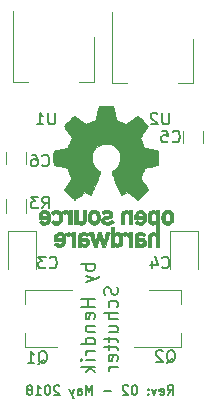
<source format=gbr>
G04 #@! TF.FileFunction,Legend,Bot*
%FSLAX46Y46*%
G04 Gerber Fmt 4.6, Leading zero omitted, Abs format (unit mm)*
G04 Created by KiCad (PCBNEW 4.0.7) date Sun Jul  8 16:00:51 2018*
%MOMM*%
%LPD*%
G01*
G04 APERTURE LIST*
%ADD10C,0.100000*%
%ADD11C,0.150000*%
%ADD12C,0.200000*%
%ADD13C,0.120000*%
%ADD14C,0.010000*%
G04 APERTURE END LIST*
D10*
D11*
X97357857Y-94060000D02*
X96157857Y-94060000D01*
X96615000Y-94060000D02*
X96557857Y-94174286D01*
X96557857Y-94402857D01*
X96615000Y-94517143D01*
X96672143Y-94574286D01*
X96786429Y-94631429D01*
X97129286Y-94631429D01*
X97243571Y-94574286D01*
X97300714Y-94517143D01*
X97357857Y-94402857D01*
X97357857Y-94174286D01*
X97300714Y-94060000D01*
X96557857Y-95031429D02*
X97357857Y-95317143D01*
X96557857Y-95602857D02*
X97357857Y-95317143D01*
X97643571Y-95202857D01*
X97700714Y-95145714D01*
X97757857Y-95031429D01*
X97357857Y-96974286D02*
X96157857Y-96974286D01*
X96729286Y-96974286D02*
X96729286Y-97660001D01*
X97357857Y-97660001D02*
X96157857Y-97660001D01*
X97300714Y-98688572D02*
X97357857Y-98574286D01*
X97357857Y-98345715D01*
X97300714Y-98231429D01*
X97186429Y-98174286D01*
X96729286Y-98174286D01*
X96615000Y-98231429D01*
X96557857Y-98345715D01*
X96557857Y-98574286D01*
X96615000Y-98688572D01*
X96729286Y-98745715D01*
X96843571Y-98745715D01*
X96957857Y-98174286D01*
X96557857Y-99260000D02*
X97357857Y-99260000D01*
X96672143Y-99260000D02*
X96615000Y-99317143D01*
X96557857Y-99431429D01*
X96557857Y-99602857D01*
X96615000Y-99717143D01*
X96729286Y-99774286D01*
X97357857Y-99774286D01*
X97357857Y-100860000D02*
X96157857Y-100860000D01*
X97300714Y-100860000D02*
X97357857Y-100745714D01*
X97357857Y-100517143D01*
X97300714Y-100402857D01*
X97243571Y-100345714D01*
X97129286Y-100288571D01*
X96786429Y-100288571D01*
X96672143Y-100345714D01*
X96615000Y-100402857D01*
X96557857Y-100517143D01*
X96557857Y-100745714D01*
X96615000Y-100860000D01*
X97357857Y-101431428D02*
X96557857Y-101431428D01*
X96786429Y-101431428D02*
X96672143Y-101488571D01*
X96615000Y-101545714D01*
X96557857Y-101660000D01*
X96557857Y-101774285D01*
X97357857Y-102174285D02*
X96557857Y-102174285D01*
X96157857Y-102174285D02*
X96215000Y-102117142D01*
X96272143Y-102174285D01*
X96215000Y-102231428D01*
X96157857Y-102174285D01*
X96272143Y-102174285D01*
X97357857Y-102745714D02*
X96157857Y-102745714D01*
X96900714Y-102860000D02*
X97357857Y-103202857D01*
X96557857Y-103202857D02*
X97015000Y-102745714D01*
X99250714Y-96002858D02*
X99307857Y-96174287D01*
X99307857Y-96460001D01*
X99250714Y-96574287D01*
X99193571Y-96631430D01*
X99079286Y-96688573D01*
X98965000Y-96688573D01*
X98850714Y-96631430D01*
X98793571Y-96574287D01*
X98736429Y-96460001D01*
X98679286Y-96231430D01*
X98622143Y-96117144D01*
X98565000Y-96060001D01*
X98450714Y-96002858D01*
X98336429Y-96002858D01*
X98222143Y-96060001D01*
X98165000Y-96117144D01*
X98107857Y-96231430D01*
X98107857Y-96517144D01*
X98165000Y-96688573D01*
X99250714Y-97717144D02*
X99307857Y-97602858D01*
X99307857Y-97374287D01*
X99250714Y-97260001D01*
X99193571Y-97202858D01*
X99079286Y-97145715D01*
X98736429Y-97145715D01*
X98622143Y-97202858D01*
X98565000Y-97260001D01*
X98507857Y-97374287D01*
X98507857Y-97602858D01*
X98565000Y-97717144D01*
X99307857Y-98231429D02*
X98107857Y-98231429D01*
X99307857Y-98745715D02*
X98679286Y-98745715D01*
X98565000Y-98688572D01*
X98507857Y-98574286D01*
X98507857Y-98402858D01*
X98565000Y-98288572D01*
X98622143Y-98231429D01*
X98507857Y-99831429D02*
X99307857Y-99831429D01*
X98507857Y-99317143D02*
X99136429Y-99317143D01*
X99250714Y-99374286D01*
X99307857Y-99488572D01*
X99307857Y-99660000D01*
X99250714Y-99774286D01*
X99193571Y-99831429D01*
X98507857Y-100231429D02*
X98507857Y-100688572D01*
X98107857Y-100402857D02*
X99136429Y-100402857D01*
X99250714Y-100460000D01*
X99307857Y-100574286D01*
X99307857Y-100688572D01*
X98507857Y-100917143D02*
X98507857Y-101374286D01*
X98107857Y-101088571D02*
X99136429Y-101088571D01*
X99250714Y-101145714D01*
X99307857Y-101260000D01*
X99307857Y-101374286D01*
X99250714Y-102231428D02*
X99307857Y-102117142D01*
X99307857Y-101888571D01*
X99250714Y-101774285D01*
X99136429Y-101717142D01*
X98679286Y-101717142D01*
X98565000Y-101774285D01*
X98507857Y-101888571D01*
X98507857Y-102117142D01*
X98565000Y-102231428D01*
X98679286Y-102288571D01*
X98793571Y-102288571D01*
X98907857Y-101717142D01*
X99307857Y-102802856D02*
X98507857Y-102802856D01*
X98736429Y-102802856D02*
X98622143Y-102859999D01*
X98565000Y-102917142D01*
X98507857Y-103031428D01*
X98507857Y-103145713D01*
D12*
X103504287Y-105136905D02*
X103770954Y-104755952D01*
X103961430Y-105136905D02*
X103961430Y-104336905D01*
X103656668Y-104336905D01*
X103580477Y-104375000D01*
X103542382Y-104413095D01*
X103504287Y-104489286D01*
X103504287Y-104603571D01*
X103542382Y-104679762D01*
X103580477Y-104717857D01*
X103656668Y-104755952D01*
X103961430Y-104755952D01*
X102856668Y-105098810D02*
X102932858Y-105136905D01*
X103085239Y-105136905D01*
X103161430Y-105098810D01*
X103199525Y-105022619D01*
X103199525Y-104717857D01*
X103161430Y-104641667D01*
X103085239Y-104603571D01*
X102932858Y-104603571D01*
X102856668Y-104641667D01*
X102818573Y-104717857D01*
X102818573Y-104794048D01*
X103199525Y-104870238D01*
X102551906Y-104603571D02*
X102361430Y-105136905D01*
X102170954Y-104603571D01*
X101866192Y-105060714D02*
X101828097Y-105098810D01*
X101866192Y-105136905D01*
X101904287Y-105098810D01*
X101866192Y-105060714D01*
X101866192Y-105136905D01*
X101866192Y-104641667D02*
X101828097Y-104679762D01*
X101866192Y-104717857D01*
X101904287Y-104679762D01*
X101866192Y-104641667D01*
X101866192Y-104717857D01*
X100723335Y-104336905D02*
X100647144Y-104336905D01*
X100570954Y-104375000D01*
X100532859Y-104413095D01*
X100494763Y-104489286D01*
X100456668Y-104641667D01*
X100456668Y-104832143D01*
X100494763Y-104984524D01*
X100532859Y-105060714D01*
X100570954Y-105098810D01*
X100647144Y-105136905D01*
X100723335Y-105136905D01*
X100799525Y-105098810D01*
X100837621Y-105060714D01*
X100875716Y-104984524D01*
X100913811Y-104832143D01*
X100913811Y-104641667D01*
X100875716Y-104489286D01*
X100837621Y-104413095D01*
X100799525Y-104375000D01*
X100723335Y-104336905D01*
X100151906Y-104413095D02*
X100113811Y-104375000D01*
X100037620Y-104336905D01*
X99847144Y-104336905D01*
X99770954Y-104375000D01*
X99732858Y-104413095D01*
X99694763Y-104489286D01*
X99694763Y-104565476D01*
X99732858Y-104679762D01*
X100190001Y-105136905D01*
X99694763Y-105136905D01*
X98742382Y-104832143D02*
X98132858Y-104832143D01*
X97142382Y-105136905D02*
X97142382Y-104336905D01*
X96875715Y-104908333D01*
X96609048Y-104336905D01*
X96609048Y-105136905D01*
X95885239Y-105136905D02*
X95885239Y-104717857D01*
X95923334Y-104641667D01*
X95999524Y-104603571D01*
X96151905Y-104603571D01*
X96228096Y-104641667D01*
X95885239Y-105098810D02*
X95961429Y-105136905D01*
X96151905Y-105136905D01*
X96228096Y-105098810D01*
X96266191Y-105022619D01*
X96266191Y-104946429D01*
X96228096Y-104870238D01*
X96151905Y-104832143D01*
X95961429Y-104832143D01*
X95885239Y-104794048D01*
X95580476Y-104603571D02*
X95390000Y-105136905D01*
X95199524Y-104603571D02*
X95390000Y-105136905D01*
X95466191Y-105327381D01*
X95504286Y-105365476D01*
X95580476Y-105403571D01*
X94323333Y-104413095D02*
X94285238Y-104375000D01*
X94209047Y-104336905D01*
X94018571Y-104336905D01*
X93942381Y-104375000D01*
X93904285Y-104413095D01*
X93866190Y-104489286D01*
X93866190Y-104565476D01*
X93904285Y-104679762D01*
X94361428Y-105136905D01*
X93866190Y-105136905D01*
X93370952Y-104336905D02*
X93294761Y-104336905D01*
X93218571Y-104375000D01*
X93180476Y-104413095D01*
X93142380Y-104489286D01*
X93104285Y-104641667D01*
X93104285Y-104832143D01*
X93142380Y-104984524D01*
X93180476Y-105060714D01*
X93218571Y-105098810D01*
X93294761Y-105136905D01*
X93370952Y-105136905D01*
X93447142Y-105098810D01*
X93485238Y-105060714D01*
X93523333Y-104984524D01*
X93561428Y-104832143D01*
X93561428Y-104641667D01*
X93523333Y-104489286D01*
X93485238Y-104413095D01*
X93447142Y-104375000D01*
X93370952Y-104336905D01*
X92342380Y-105136905D02*
X92799523Y-105136905D01*
X92570952Y-105136905D02*
X92570952Y-104336905D01*
X92647142Y-104451190D01*
X92723333Y-104527381D01*
X92799523Y-104565476D01*
X91885237Y-104679762D02*
X91961428Y-104641667D01*
X91999523Y-104603571D01*
X92037618Y-104527381D01*
X92037618Y-104489286D01*
X91999523Y-104413095D01*
X91961428Y-104375000D01*
X91885237Y-104336905D01*
X91732856Y-104336905D01*
X91656666Y-104375000D01*
X91618570Y-104413095D01*
X91580475Y-104489286D01*
X91580475Y-104527381D01*
X91618570Y-104603571D01*
X91656666Y-104641667D01*
X91732856Y-104679762D01*
X91885237Y-104679762D01*
X91961428Y-104717857D01*
X91999523Y-104755952D01*
X92037618Y-104832143D01*
X92037618Y-104984524D01*
X91999523Y-105060714D01*
X91961428Y-105098810D01*
X91885237Y-105136905D01*
X91732856Y-105136905D01*
X91656666Y-105098810D01*
X91618570Y-105060714D01*
X91580475Y-104984524D01*
X91580475Y-104832143D01*
X91618570Y-104755952D01*
X91656666Y-104717857D01*
X91732856Y-104679762D01*
D13*
X90036000Y-91222000D02*
X90036000Y-94472000D01*
X92336000Y-91222000D02*
X92336000Y-94472000D01*
X90036000Y-91222000D02*
X92336000Y-91222000D01*
X103752000Y-91222000D02*
X103752000Y-94472000D01*
X106052000Y-91222000D02*
X106052000Y-94472000D01*
X103752000Y-91222000D02*
X106052000Y-91222000D01*
X104814000Y-83812000D02*
X104814000Y-82812000D01*
X106514000Y-82812000D02*
X106514000Y-83812000D01*
X91528000Y-84590000D02*
X91528000Y-85590000D01*
X89828000Y-85590000D02*
X89828000Y-84590000D01*
X91438000Y-99879000D02*
X91438000Y-101079000D01*
X91438000Y-101079000D02*
X94138000Y-101079000D01*
X95438000Y-96279000D02*
X91438000Y-96279000D01*
X91438000Y-96279000D02*
X91438000Y-97479000D01*
X104650000Y-97479000D02*
X104650000Y-96279000D01*
X104650000Y-96279000D02*
X101950000Y-96279000D01*
X100650000Y-101079000D02*
X104650000Y-101079000D01*
X104650000Y-101079000D02*
X104650000Y-99879000D01*
X89798000Y-88554000D02*
X89798000Y-89754000D01*
X91558000Y-89754000D02*
X91558000Y-88554000D01*
X97263000Y-78618000D02*
X96003000Y-78618000D01*
X90443000Y-78618000D02*
X91703000Y-78618000D01*
X97263000Y-74858000D02*
X97263000Y-78618000D01*
X90443000Y-72608000D02*
X90443000Y-78618000D01*
X105645000Y-78745000D02*
X104385000Y-78745000D01*
X98825000Y-78745000D02*
X100085000Y-78745000D01*
X105645000Y-74985000D02*
X105645000Y-78745000D01*
X98825000Y-72735000D02*
X98825000Y-78745000D01*
D14*
G36*
X102078091Y-89523560D02*
X102025588Y-89549499D01*
X101960842Y-89594700D01*
X101913653Y-89643991D01*
X101881335Y-89705885D01*
X101861203Y-89788896D01*
X101850570Y-89901538D01*
X101846753Y-90052324D01*
X101846530Y-90117149D01*
X101847182Y-90259221D01*
X101849888Y-90360757D01*
X101855776Y-90431015D01*
X101865973Y-90479256D01*
X101881606Y-90514738D01*
X101897872Y-90538943D01*
X102001705Y-90641929D01*
X102123979Y-90703874D01*
X102255886Y-90722506D01*
X102388616Y-90695549D01*
X102430667Y-90676486D01*
X102531334Y-90624015D01*
X102531334Y-91446259D01*
X102457865Y-91408267D01*
X102361059Y-91378872D01*
X102242072Y-91371342D01*
X102123255Y-91385245D01*
X102033527Y-91416476D01*
X101959101Y-91475954D01*
X101895510Y-91561066D01*
X101890729Y-91569805D01*
X101870563Y-91610966D01*
X101855835Y-91652454D01*
X101845697Y-91702713D01*
X101839301Y-91770184D01*
X101835799Y-91863309D01*
X101834342Y-91990531D01*
X101834079Y-92133701D01*
X101834079Y-92590471D01*
X102108000Y-92590471D01*
X102108000Y-91748231D01*
X102184617Y-91683763D01*
X102264207Y-91632194D01*
X102339578Y-91622818D01*
X102415367Y-91646947D01*
X102455759Y-91670574D01*
X102485821Y-91704227D01*
X102507203Y-91755087D01*
X102521550Y-91830334D01*
X102530510Y-91937146D01*
X102535730Y-92082704D01*
X102537569Y-92179588D01*
X102543785Y-92578020D01*
X102674520Y-92585547D01*
X102805255Y-92593073D01*
X102805255Y-90120582D01*
X102531334Y-90120582D01*
X102524350Y-90258423D01*
X102500818Y-90354107D01*
X102456865Y-90413641D01*
X102388618Y-90443029D01*
X102319667Y-90448902D01*
X102241614Y-90442154D01*
X102189811Y-90415594D01*
X102157417Y-90380499D01*
X102131916Y-90342752D01*
X102116735Y-90300700D01*
X102109981Y-90241779D01*
X102109759Y-90153428D01*
X102112032Y-90079448D01*
X102117251Y-89968000D01*
X102125021Y-89894833D01*
X102138105Y-89848422D01*
X102159268Y-89817244D01*
X102179240Y-89799223D01*
X102262686Y-89759925D01*
X102361449Y-89753579D01*
X102418159Y-89767116D01*
X102474308Y-89815233D01*
X102511501Y-89908833D01*
X102529528Y-90047254D01*
X102531334Y-90120582D01*
X102805255Y-90120582D01*
X102805255Y-89502628D01*
X102668295Y-89502628D01*
X102586065Y-89505879D01*
X102543640Y-89517426D01*
X102531339Y-89539952D01*
X102531334Y-89540620D01*
X102525626Y-89562681D01*
X102500453Y-89560176D01*
X102450402Y-89535935D01*
X102333781Y-89498851D01*
X102202571Y-89494953D01*
X102078091Y-89523560D01*
X102078091Y-89523560D01*
G37*
X102078091Y-89523560D02*
X102025588Y-89549499D01*
X101960842Y-89594700D01*
X101913653Y-89643991D01*
X101881335Y-89705885D01*
X101861203Y-89788896D01*
X101850570Y-89901538D01*
X101846753Y-90052324D01*
X101846530Y-90117149D01*
X101847182Y-90259221D01*
X101849888Y-90360757D01*
X101855776Y-90431015D01*
X101865973Y-90479256D01*
X101881606Y-90514738D01*
X101897872Y-90538943D01*
X102001705Y-90641929D01*
X102123979Y-90703874D01*
X102255886Y-90722506D01*
X102388616Y-90695549D01*
X102430667Y-90676486D01*
X102531334Y-90624015D01*
X102531334Y-91446259D01*
X102457865Y-91408267D01*
X102361059Y-91378872D01*
X102242072Y-91371342D01*
X102123255Y-91385245D01*
X102033527Y-91416476D01*
X101959101Y-91475954D01*
X101895510Y-91561066D01*
X101890729Y-91569805D01*
X101870563Y-91610966D01*
X101855835Y-91652454D01*
X101845697Y-91702713D01*
X101839301Y-91770184D01*
X101835799Y-91863309D01*
X101834342Y-91990531D01*
X101834079Y-92133701D01*
X101834079Y-92590471D01*
X102108000Y-92590471D01*
X102108000Y-91748231D01*
X102184617Y-91683763D01*
X102264207Y-91632194D01*
X102339578Y-91622818D01*
X102415367Y-91646947D01*
X102455759Y-91670574D01*
X102485821Y-91704227D01*
X102507203Y-91755087D01*
X102521550Y-91830334D01*
X102530510Y-91937146D01*
X102535730Y-92082704D01*
X102537569Y-92179588D01*
X102543785Y-92578020D01*
X102674520Y-92585547D01*
X102805255Y-92593073D01*
X102805255Y-90120582D01*
X102531334Y-90120582D01*
X102524350Y-90258423D01*
X102500818Y-90354107D01*
X102456865Y-90413641D01*
X102388618Y-90443029D01*
X102319667Y-90448902D01*
X102241614Y-90442154D01*
X102189811Y-90415594D01*
X102157417Y-90380499D01*
X102131916Y-90342752D01*
X102116735Y-90300700D01*
X102109981Y-90241779D01*
X102109759Y-90153428D01*
X102112032Y-90079448D01*
X102117251Y-89968000D01*
X102125021Y-89894833D01*
X102138105Y-89848422D01*
X102159268Y-89817244D01*
X102179240Y-89799223D01*
X102262686Y-89759925D01*
X102361449Y-89753579D01*
X102418159Y-89767116D01*
X102474308Y-89815233D01*
X102511501Y-89908833D01*
X102529528Y-90047254D01*
X102531334Y-90120582D01*
X102805255Y-90120582D01*
X102805255Y-89502628D01*
X102668295Y-89502628D01*
X102586065Y-89505879D01*
X102543640Y-89517426D01*
X102531339Y-89539952D01*
X102531334Y-89540620D01*
X102525626Y-89562681D01*
X102500453Y-89560176D01*
X102450402Y-89535935D01*
X102333781Y-89498851D01*
X102202571Y-89494953D01*
X102078091Y-89523560D01*
G36*
X101039280Y-91379922D02*
X100922130Y-91411180D01*
X100832949Y-91467837D01*
X100770016Y-91542045D01*
X100750452Y-91573716D01*
X100736008Y-91606891D01*
X100725911Y-91649329D01*
X100719385Y-91708788D01*
X100715658Y-91793029D01*
X100713954Y-91909810D01*
X100713500Y-92066890D01*
X100713491Y-92108565D01*
X100713491Y-92590471D01*
X100833020Y-92590471D01*
X100909261Y-92585131D01*
X100965634Y-92571604D01*
X100979758Y-92563262D01*
X101018370Y-92548864D01*
X101057808Y-92563262D01*
X101122738Y-92581237D01*
X101217055Y-92588472D01*
X101321593Y-92585333D01*
X101417189Y-92572186D01*
X101473000Y-92555318D01*
X101581002Y-92485986D01*
X101648497Y-92389772D01*
X101678841Y-92261844D01*
X101679123Y-92258559D01*
X101676460Y-92201808D01*
X101435647Y-92201808D01*
X101414595Y-92266358D01*
X101380303Y-92302686D01*
X101311468Y-92330162D01*
X101220610Y-92341129D01*
X101127958Y-92335731D01*
X101053744Y-92314110D01*
X101032951Y-92300239D01*
X100996619Y-92236143D01*
X100987412Y-92163278D01*
X100987412Y-92067530D01*
X101125173Y-92067530D01*
X101256047Y-92077605D01*
X101355259Y-92106148D01*
X101416977Y-92150639D01*
X101435647Y-92201808D01*
X101676460Y-92201808D01*
X101672564Y-92118790D01*
X101626466Y-92008282D01*
X101539800Y-91924712D01*
X101527821Y-91917110D01*
X101476345Y-91892357D01*
X101412632Y-91877368D01*
X101323565Y-91870082D01*
X101217755Y-91868407D01*
X100987412Y-91868314D01*
X100987412Y-91771755D01*
X100997183Y-91696836D01*
X101022116Y-91646644D01*
X101025035Y-91643972D01*
X101080519Y-91622015D01*
X101164273Y-91613505D01*
X101256833Y-91617687D01*
X101338730Y-91633809D01*
X101387327Y-91657990D01*
X101413659Y-91677359D01*
X101441465Y-91681057D01*
X101479839Y-91665188D01*
X101537875Y-91625855D01*
X101624669Y-91559164D01*
X101632635Y-91552916D01*
X101628553Y-91529800D01*
X101594499Y-91491352D01*
X101542740Y-91448627D01*
X101485545Y-91412679D01*
X101467575Y-91404191D01*
X101402028Y-91387252D01*
X101305980Y-91375170D01*
X101198671Y-91370323D01*
X101193653Y-91370313D01*
X101039280Y-91379922D01*
X101039280Y-91379922D01*
G37*
X101039280Y-91379922D02*
X100922130Y-91411180D01*
X100832949Y-91467837D01*
X100770016Y-91542045D01*
X100750452Y-91573716D01*
X100736008Y-91606891D01*
X100725911Y-91649329D01*
X100719385Y-91708788D01*
X100715658Y-91793029D01*
X100713954Y-91909810D01*
X100713500Y-92066890D01*
X100713491Y-92108565D01*
X100713491Y-92590471D01*
X100833020Y-92590471D01*
X100909261Y-92585131D01*
X100965634Y-92571604D01*
X100979758Y-92563262D01*
X101018370Y-92548864D01*
X101057808Y-92563262D01*
X101122738Y-92581237D01*
X101217055Y-92588472D01*
X101321593Y-92585333D01*
X101417189Y-92572186D01*
X101473000Y-92555318D01*
X101581002Y-92485986D01*
X101648497Y-92389772D01*
X101678841Y-92261844D01*
X101679123Y-92258559D01*
X101676460Y-92201808D01*
X101435647Y-92201808D01*
X101414595Y-92266358D01*
X101380303Y-92302686D01*
X101311468Y-92330162D01*
X101220610Y-92341129D01*
X101127958Y-92335731D01*
X101053744Y-92314110D01*
X101032951Y-92300239D01*
X100996619Y-92236143D01*
X100987412Y-92163278D01*
X100987412Y-92067530D01*
X101125173Y-92067530D01*
X101256047Y-92077605D01*
X101355259Y-92106148D01*
X101416977Y-92150639D01*
X101435647Y-92201808D01*
X101676460Y-92201808D01*
X101672564Y-92118790D01*
X101626466Y-92008282D01*
X101539800Y-91924712D01*
X101527821Y-91917110D01*
X101476345Y-91892357D01*
X101412632Y-91877368D01*
X101323565Y-91870082D01*
X101217755Y-91868407D01*
X100987412Y-91868314D01*
X100987412Y-91771755D01*
X100997183Y-91696836D01*
X101022116Y-91646644D01*
X101025035Y-91643972D01*
X101080519Y-91622015D01*
X101164273Y-91613505D01*
X101256833Y-91617687D01*
X101338730Y-91633809D01*
X101387327Y-91657990D01*
X101413659Y-91677359D01*
X101441465Y-91681057D01*
X101479839Y-91665188D01*
X101537875Y-91625855D01*
X101624669Y-91559164D01*
X101632635Y-91552916D01*
X101628553Y-91529800D01*
X101594499Y-91491352D01*
X101542740Y-91448627D01*
X101485545Y-91412679D01*
X101467575Y-91404191D01*
X101402028Y-91387252D01*
X101305980Y-91375170D01*
X101198671Y-91370323D01*
X101193653Y-91370313D01*
X101039280Y-91379922D01*
G36*
X100265236Y-91372921D02*
X100227970Y-91384091D01*
X100215957Y-91408633D01*
X100215451Y-91419712D01*
X100213296Y-91450572D01*
X100198449Y-91455417D01*
X100158343Y-91434260D01*
X100134520Y-91419806D01*
X100059362Y-91388850D01*
X99969594Y-91373544D01*
X99875471Y-91372367D01*
X99787246Y-91383799D01*
X99715174Y-91406320D01*
X99669508Y-91438409D01*
X99660502Y-91478545D01*
X99665047Y-91489415D01*
X99698179Y-91534534D01*
X99749555Y-91590026D01*
X99758848Y-91598996D01*
X99807818Y-91640245D01*
X99850069Y-91653572D01*
X99909159Y-91644271D01*
X99932831Y-91638090D01*
X100006496Y-91623246D01*
X100058290Y-91629921D01*
X100102031Y-91653465D01*
X100142098Y-91685061D01*
X100171608Y-91724798D01*
X100192116Y-91780252D01*
X100205176Y-91859003D01*
X100212344Y-91968629D01*
X100215176Y-92116706D01*
X100215451Y-92206111D01*
X100215451Y-92590471D01*
X100464471Y-92590471D01*
X100464471Y-91370275D01*
X100339961Y-91370275D01*
X100265236Y-91372921D01*
X100265236Y-91372921D01*
G37*
X100265236Y-91372921D02*
X100227970Y-91384091D01*
X100215957Y-91408633D01*
X100215451Y-91419712D01*
X100213296Y-91450572D01*
X100198449Y-91455417D01*
X100158343Y-91434260D01*
X100134520Y-91419806D01*
X100059362Y-91388850D01*
X99969594Y-91373544D01*
X99875471Y-91372367D01*
X99787246Y-91383799D01*
X99715174Y-91406320D01*
X99669508Y-91438409D01*
X99660502Y-91478545D01*
X99665047Y-91489415D01*
X99698179Y-91534534D01*
X99749555Y-91590026D01*
X99758848Y-91598996D01*
X99807818Y-91640245D01*
X99850069Y-91653572D01*
X99909159Y-91644271D01*
X99932831Y-91638090D01*
X100006496Y-91623246D01*
X100058290Y-91629921D01*
X100102031Y-91653465D01*
X100142098Y-91685061D01*
X100171608Y-91724798D01*
X100192116Y-91780252D01*
X100205176Y-91859003D01*
X100212344Y-91968629D01*
X100215176Y-92116706D01*
X100215451Y-92206111D01*
X100215451Y-92590471D01*
X100464471Y-92590471D01*
X100464471Y-91370275D01*
X100339961Y-91370275D01*
X100265236Y-91372921D01*
G36*
X98696432Y-92590471D02*
X98833393Y-92590471D01*
X98912889Y-92588140D01*
X98954292Y-92578488D01*
X98969199Y-92557525D01*
X98970353Y-92543351D01*
X98972867Y-92514927D01*
X98988720Y-92509475D01*
X99030379Y-92526998D01*
X99062776Y-92543351D01*
X99187151Y-92582103D01*
X99322354Y-92584346D01*
X99432274Y-92555444D01*
X99534634Y-92485619D01*
X99612660Y-92382555D01*
X99655386Y-92260989D01*
X99656474Y-92254192D01*
X99662822Y-92180032D01*
X99665979Y-92073570D01*
X99665725Y-91993052D01*
X99393711Y-91993052D01*
X99387410Y-92100070D01*
X99373075Y-92188278D01*
X99353669Y-92238090D01*
X99280254Y-92306162D01*
X99193086Y-92330564D01*
X99103196Y-92310831D01*
X99026383Y-92251968D01*
X98997292Y-92212379D01*
X98980283Y-92165138D01*
X98972316Y-92096181D01*
X98970353Y-91992607D01*
X98973866Y-91890039D01*
X98983143Y-91799921D01*
X98996294Y-91739613D01*
X98998486Y-91734208D01*
X99051522Y-91669940D01*
X99128933Y-91634656D01*
X99215546Y-91628959D01*
X99296193Y-91653453D01*
X99355703Y-91708742D01*
X99361876Y-91719743D01*
X99381199Y-91786827D01*
X99391726Y-91883284D01*
X99393711Y-91993052D01*
X99665725Y-91993052D01*
X99665596Y-91952225D01*
X99663806Y-91886918D01*
X99651627Y-91725355D01*
X99626315Y-91604053D01*
X99584207Y-91514379D01*
X99521641Y-91447699D01*
X99460900Y-91408557D01*
X99376036Y-91381040D01*
X99270485Y-91371603D01*
X99162402Y-91379290D01*
X99069942Y-91403146D01*
X99021090Y-91431685D01*
X98970353Y-91477601D01*
X98970353Y-90897137D01*
X98696432Y-90897137D01*
X98696432Y-92590471D01*
X98696432Y-92590471D01*
G37*
X98696432Y-92590471D02*
X98833393Y-92590471D01*
X98912889Y-92588140D01*
X98954292Y-92578488D01*
X98969199Y-92557525D01*
X98970353Y-92543351D01*
X98972867Y-92514927D01*
X98988720Y-92509475D01*
X99030379Y-92526998D01*
X99062776Y-92543351D01*
X99187151Y-92582103D01*
X99322354Y-92584346D01*
X99432274Y-92555444D01*
X99534634Y-92485619D01*
X99612660Y-92382555D01*
X99655386Y-92260989D01*
X99656474Y-92254192D01*
X99662822Y-92180032D01*
X99665979Y-92073570D01*
X99665725Y-91993052D01*
X99393711Y-91993052D01*
X99387410Y-92100070D01*
X99373075Y-92188278D01*
X99353669Y-92238090D01*
X99280254Y-92306162D01*
X99193086Y-92330564D01*
X99103196Y-92310831D01*
X99026383Y-92251968D01*
X98997292Y-92212379D01*
X98980283Y-92165138D01*
X98972316Y-92096181D01*
X98970353Y-91992607D01*
X98973866Y-91890039D01*
X98983143Y-91799921D01*
X98996294Y-91739613D01*
X98998486Y-91734208D01*
X99051522Y-91669940D01*
X99128933Y-91634656D01*
X99215546Y-91628959D01*
X99296193Y-91653453D01*
X99355703Y-91708742D01*
X99361876Y-91719743D01*
X99381199Y-91786827D01*
X99391726Y-91883284D01*
X99393711Y-91993052D01*
X99665725Y-91993052D01*
X99665596Y-91952225D01*
X99663806Y-91886918D01*
X99651627Y-91725355D01*
X99626315Y-91604053D01*
X99584207Y-91514379D01*
X99521641Y-91447699D01*
X99460900Y-91408557D01*
X99376036Y-91381040D01*
X99270485Y-91371603D01*
X99162402Y-91379290D01*
X99069942Y-91403146D01*
X99021090Y-91431685D01*
X98970353Y-91477601D01*
X98970353Y-90897137D01*
X98696432Y-90897137D01*
X98696432Y-92590471D01*
G36*
X97740472Y-91375332D02*
X97641986Y-91382726D01*
X97513224Y-91768706D01*
X97384463Y-92154686D01*
X97344089Y-92017726D01*
X97319793Y-91933083D01*
X97287833Y-91818697D01*
X97253321Y-91692963D01*
X97235072Y-91625520D01*
X97166429Y-91370275D01*
X96883227Y-91370275D01*
X96967878Y-91637971D01*
X97009565Y-91769638D01*
X97059926Y-91928458D01*
X97112519Y-92094128D01*
X97159470Y-92241843D01*
X97266411Y-92578020D01*
X97497339Y-92593044D01*
X97559950Y-92386316D01*
X97598562Y-92257896D01*
X97640700Y-92116322D01*
X97677528Y-91991285D01*
X97678982Y-91986309D01*
X97706489Y-91901586D01*
X97730758Y-91843778D01*
X97747757Y-91821918D01*
X97751250Y-91824446D01*
X97763510Y-91858336D01*
X97786805Y-91930930D01*
X97818300Y-92033101D01*
X97855158Y-92155720D01*
X97875101Y-92223167D01*
X97983105Y-92590471D01*
X98212321Y-92590471D01*
X98395561Y-92011500D01*
X98447037Y-91849091D01*
X98493930Y-91701602D01*
X98534023Y-91575960D01*
X98565103Y-91479095D01*
X98584955Y-91417934D01*
X98590989Y-91400065D01*
X98586212Y-91381768D01*
X98548703Y-91373755D01*
X98470645Y-91374557D01*
X98458426Y-91375163D01*
X98313674Y-91382726D01*
X98218870Y-91731353D01*
X98184023Y-91858497D01*
X98152883Y-91970265D01*
X98128191Y-92056953D01*
X98112688Y-92108856D01*
X98109824Y-92117318D01*
X98097954Y-92107587D01*
X98074017Y-92057172D01*
X98040761Y-91972935D01*
X98000936Y-91861741D01*
X97967270Y-91761297D01*
X97838959Y-91367939D01*
X97740472Y-91375332D01*
X97740472Y-91375332D01*
G37*
X97740472Y-91375332D02*
X97641986Y-91382726D01*
X97513224Y-91768706D01*
X97384463Y-92154686D01*
X97344089Y-92017726D01*
X97319793Y-91933083D01*
X97287833Y-91818697D01*
X97253321Y-91692963D01*
X97235072Y-91625520D01*
X97166429Y-91370275D01*
X96883227Y-91370275D01*
X96967878Y-91637971D01*
X97009565Y-91769638D01*
X97059926Y-91928458D01*
X97112519Y-92094128D01*
X97159470Y-92241843D01*
X97266411Y-92578020D01*
X97497339Y-92593044D01*
X97559950Y-92386316D01*
X97598562Y-92257896D01*
X97640700Y-92116322D01*
X97677528Y-91991285D01*
X97678982Y-91986309D01*
X97706489Y-91901586D01*
X97730758Y-91843778D01*
X97747757Y-91821918D01*
X97751250Y-91824446D01*
X97763510Y-91858336D01*
X97786805Y-91930930D01*
X97818300Y-92033101D01*
X97855158Y-92155720D01*
X97875101Y-92223167D01*
X97983105Y-92590471D01*
X98212321Y-92590471D01*
X98395561Y-92011500D01*
X98447037Y-91849091D01*
X98493930Y-91701602D01*
X98534023Y-91575960D01*
X98565103Y-91479095D01*
X98584955Y-91417934D01*
X98590989Y-91400065D01*
X98586212Y-91381768D01*
X98548703Y-91373755D01*
X98470645Y-91374557D01*
X98458426Y-91375163D01*
X98313674Y-91382726D01*
X98218870Y-91731353D01*
X98184023Y-91858497D01*
X98152883Y-91970265D01*
X98128191Y-92056953D01*
X98112688Y-92108856D01*
X98109824Y-92117318D01*
X98097954Y-92107587D01*
X98074017Y-92057172D01*
X98040761Y-91972935D01*
X98000936Y-91861741D01*
X97967270Y-91761297D01*
X97838959Y-91367939D01*
X97740472Y-91375332D01*
G36*
X96241541Y-91377669D02*
X96136580Y-91403163D01*
X96106239Y-91416669D01*
X96047427Y-91452046D01*
X96002291Y-91491890D01*
X95968894Y-91543120D01*
X95945299Y-91612654D01*
X95929567Y-91707409D01*
X95919761Y-91834305D01*
X95913943Y-92000258D01*
X95911734Y-92111108D01*
X95903604Y-92590471D01*
X96042469Y-92590471D01*
X96126713Y-92586938D01*
X96170116Y-92574866D01*
X96181334Y-92554594D01*
X96187256Y-92532674D01*
X96213734Y-92536865D01*
X96249814Y-92554441D01*
X96340138Y-92581382D01*
X96456223Y-92588642D01*
X96578320Y-92576767D01*
X96686679Y-92546305D01*
X96696398Y-92542077D01*
X96795432Y-92472505D01*
X96860719Y-92375789D01*
X96890760Y-92262738D01*
X96888465Y-92222122D01*
X96643367Y-92222122D01*
X96621771Y-92276782D01*
X96557741Y-92315952D01*
X96454435Y-92336974D01*
X96399226Y-92339766D01*
X96307218Y-92332620D01*
X96246059Y-92304848D01*
X96231138Y-92291647D01*
X96190713Y-92219829D01*
X96181334Y-92154686D01*
X96181334Y-92067530D01*
X96302731Y-92067530D01*
X96443847Y-92074722D01*
X96542827Y-92097345D01*
X96605367Y-92136964D01*
X96619369Y-92154628D01*
X96643367Y-92222122D01*
X96888465Y-92222122D01*
X96884059Y-92144157D01*
X96839120Y-92030855D01*
X96777804Y-91954285D01*
X96740668Y-91921181D01*
X96704313Y-91899425D01*
X96657010Y-91886161D01*
X96587027Y-91878528D01*
X96482636Y-91873670D01*
X96441230Y-91872273D01*
X96181334Y-91863780D01*
X96181715Y-91785116D01*
X96191781Y-91702428D01*
X96228171Y-91652431D01*
X96301689Y-91620489D01*
X96303661Y-91619920D01*
X96407895Y-91607361D01*
X96509892Y-91623766D01*
X96585695Y-91663657D01*
X96616110Y-91683354D01*
X96648868Y-91680629D01*
X96699279Y-91652091D01*
X96728881Y-91631950D01*
X96786782Y-91588919D01*
X96822648Y-91556662D01*
X96828403Y-91547427D01*
X96804705Y-91499636D01*
X96734687Y-91442562D01*
X96704275Y-91423305D01*
X96616845Y-91390140D01*
X96499017Y-91371350D01*
X96368134Y-91367129D01*
X96241541Y-91377669D01*
X96241541Y-91377669D01*
G37*
X96241541Y-91377669D02*
X96136580Y-91403163D01*
X96106239Y-91416669D01*
X96047427Y-91452046D01*
X96002291Y-91491890D01*
X95968894Y-91543120D01*
X95945299Y-91612654D01*
X95929567Y-91707409D01*
X95919761Y-91834305D01*
X95913943Y-92000258D01*
X95911734Y-92111108D01*
X95903604Y-92590471D01*
X96042469Y-92590471D01*
X96126713Y-92586938D01*
X96170116Y-92574866D01*
X96181334Y-92554594D01*
X96187256Y-92532674D01*
X96213734Y-92536865D01*
X96249814Y-92554441D01*
X96340138Y-92581382D01*
X96456223Y-92588642D01*
X96578320Y-92576767D01*
X96686679Y-92546305D01*
X96696398Y-92542077D01*
X96795432Y-92472505D01*
X96860719Y-92375789D01*
X96890760Y-92262738D01*
X96888465Y-92222122D01*
X96643367Y-92222122D01*
X96621771Y-92276782D01*
X96557741Y-92315952D01*
X96454435Y-92336974D01*
X96399226Y-92339766D01*
X96307218Y-92332620D01*
X96246059Y-92304848D01*
X96231138Y-92291647D01*
X96190713Y-92219829D01*
X96181334Y-92154686D01*
X96181334Y-92067530D01*
X96302731Y-92067530D01*
X96443847Y-92074722D01*
X96542827Y-92097345D01*
X96605367Y-92136964D01*
X96619369Y-92154628D01*
X96643367Y-92222122D01*
X96888465Y-92222122D01*
X96884059Y-92144157D01*
X96839120Y-92030855D01*
X96777804Y-91954285D01*
X96740668Y-91921181D01*
X96704313Y-91899425D01*
X96657010Y-91886161D01*
X96587027Y-91878528D01*
X96482636Y-91873670D01*
X96441230Y-91872273D01*
X96181334Y-91863780D01*
X96181715Y-91785116D01*
X96191781Y-91702428D01*
X96228171Y-91652431D01*
X96301689Y-91620489D01*
X96303661Y-91619920D01*
X96407895Y-91607361D01*
X96509892Y-91623766D01*
X96585695Y-91663657D01*
X96616110Y-91683354D01*
X96648868Y-91680629D01*
X96699279Y-91652091D01*
X96728881Y-91631950D01*
X96786782Y-91588919D01*
X96822648Y-91556662D01*
X96828403Y-91547427D01*
X96804705Y-91499636D01*
X96734687Y-91442562D01*
X96704275Y-91423305D01*
X96616845Y-91390140D01*
X96499017Y-91371350D01*
X96368134Y-91367129D01*
X96241541Y-91377669D01*
G36*
X95059554Y-91369883D02*
X94963823Y-91388755D01*
X94909323Y-91416699D01*
X94851992Y-91463123D01*
X94933559Y-91566111D01*
X94983850Y-91628479D01*
X95017999Y-91658907D01*
X95051937Y-91663555D01*
X95101594Y-91648586D01*
X95124904Y-91640117D01*
X95219937Y-91627622D01*
X95306968Y-91654406D01*
X95370862Y-91714915D01*
X95381241Y-91734208D01*
X95392544Y-91785314D01*
X95401268Y-91879500D01*
X95407003Y-92010089D01*
X95409340Y-92170405D01*
X95409373Y-92193211D01*
X95409373Y-92590471D01*
X95683295Y-92590471D01*
X95683295Y-91370275D01*
X95546334Y-91370275D01*
X95467362Y-91372337D01*
X95426221Y-91381513D01*
X95411008Y-91402290D01*
X95409373Y-91421886D01*
X95409373Y-91473497D01*
X95343760Y-91421886D01*
X95268525Y-91386675D01*
X95167456Y-91369265D01*
X95059554Y-91369883D01*
X95059554Y-91369883D01*
G37*
X95059554Y-91369883D02*
X94963823Y-91388755D01*
X94909323Y-91416699D01*
X94851992Y-91463123D01*
X94933559Y-91566111D01*
X94983850Y-91628479D01*
X95017999Y-91658907D01*
X95051937Y-91663555D01*
X95101594Y-91648586D01*
X95124904Y-91640117D01*
X95219937Y-91627622D01*
X95306968Y-91654406D01*
X95370862Y-91714915D01*
X95381241Y-91734208D01*
X95392544Y-91785314D01*
X95401268Y-91879500D01*
X95407003Y-92010089D01*
X95409340Y-92170405D01*
X95409373Y-92193211D01*
X95409373Y-92590471D01*
X95683295Y-92590471D01*
X95683295Y-91370275D01*
X95546334Y-91370275D01*
X95467362Y-91372337D01*
X95426221Y-91381513D01*
X95411008Y-91402290D01*
X95409373Y-91421886D01*
X95409373Y-91473497D01*
X95343760Y-91421886D01*
X95268525Y-91386675D01*
X95167456Y-91369265D01*
X95059554Y-91369883D01*
G36*
X94272693Y-91376784D02*
X94153663Y-91407731D01*
X94053979Y-91471600D01*
X94005712Y-91519313D01*
X93926592Y-91632106D01*
X93881248Y-91762950D01*
X93865670Y-91923792D01*
X93865590Y-91936794D01*
X93865451Y-92067530D01*
X94617909Y-92067530D01*
X94601870Y-92136010D01*
X94572909Y-92198031D01*
X94522222Y-92262654D01*
X94511621Y-92272971D01*
X94420506Y-92328805D01*
X94316600Y-92338275D01*
X94197000Y-92301540D01*
X94176726Y-92291647D01*
X94114544Y-92261574D01*
X94072894Y-92244440D01*
X94065627Y-92242855D01*
X94040260Y-92258242D01*
X93991880Y-92295887D01*
X93967321Y-92316459D01*
X93916430Y-92363714D01*
X93899719Y-92394917D01*
X93911317Y-92423620D01*
X93917517Y-92431468D01*
X93959507Y-92465819D01*
X94028794Y-92507565D01*
X94077118Y-92531935D01*
X94214289Y-92574873D01*
X94366153Y-92588786D01*
X94509976Y-92572300D01*
X94550255Y-92560496D01*
X94674922Y-92493689D01*
X94767329Y-92390892D01*
X94828010Y-92251105D01*
X94857502Y-92073330D01*
X94860740Y-91980373D01*
X94851286Y-91845033D01*
X94612510Y-91845033D01*
X94589416Y-91855038D01*
X94527338Y-91862888D01*
X94437086Y-91867521D01*
X94375942Y-91868314D01*
X94265960Y-91867549D01*
X94196543Y-91863970D01*
X94158462Y-91855649D01*
X94142485Y-91840657D01*
X94139373Y-91818903D01*
X94160722Y-91751892D01*
X94214471Y-91685664D01*
X94285178Y-91634832D01*
X94355911Y-91614038D01*
X94451984Y-91632484D01*
X94535151Y-91685811D01*
X94592814Y-91762677D01*
X94612510Y-91845033D01*
X94851286Y-91845033D01*
X94846972Y-91783291D01*
X94804480Y-91626271D01*
X94732365Y-91508069D01*
X94629727Y-91427440D01*
X94495668Y-91383139D01*
X94423043Y-91374607D01*
X94272693Y-91376784D01*
X94272693Y-91376784D01*
G37*
X94272693Y-91376784D02*
X94153663Y-91407731D01*
X94053979Y-91471600D01*
X94005712Y-91519313D01*
X93926592Y-91632106D01*
X93881248Y-91762950D01*
X93865670Y-91923792D01*
X93865590Y-91936794D01*
X93865451Y-92067530D01*
X94617909Y-92067530D01*
X94601870Y-92136010D01*
X94572909Y-92198031D01*
X94522222Y-92262654D01*
X94511621Y-92272971D01*
X94420506Y-92328805D01*
X94316600Y-92338275D01*
X94197000Y-92301540D01*
X94176726Y-92291647D01*
X94114544Y-92261574D01*
X94072894Y-92244440D01*
X94065627Y-92242855D01*
X94040260Y-92258242D01*
X93991880Y-92295887D01*
X93967321Y-92316459D01*
X93916430Y-92363714D01*
X93899719Y-92394917D01*
X93911317Y-92423620D01*
X93917517Y-92431468D01*
X93959507Y-92465819D01*
X94028794Y-92507565D01*
X94077118Y-92531935D01*
X94214289Y-92574873D01*
X94366153Y-92588786D01*
X94509976Y-92572300D01*
X94550255Y-92560496D01*
X94674922Y-92493689D01*
X94767329Y-92390892D01*
X94828010Y-92251105D01*
X94857502Y-92073330D01*
X94860740Y-91980373D01*
X94851286Y-91845033D01*
X94612510Y-91845033D01*
X94589416Y-91855038D01*
X94527338Y-91862888D01*
X94437086Y-91867521D01*
X94375942Y-91868314D01*
X94265960Y-91867549D01*
X94196543Y-91863970D01*
X94158462Y-91855649D01*
X94142485Y-91840657D01*
X94139373Y-91818903D01*
X94160722Y-91751892D01*
X94214471Y-91685664D01*
X94285178Y-91634832D01*
X94355911Y-91614038D01*
X94451984Y-91632484D01*
X94535151Y-91685811D01*
X94592814Y-91762677D01*
X94612510Y-91845033D01*
X94851286Y-91845033D01*
X94846972Y-91783291D01*
X94804480Y-91626271D01*
X94732365Y-91508069D01*
X94629727Y-91427440D01*
X94495668Y-91383139D01*
X94423043Y-91374607D01*
X94272693Y-91376784D01*
G36*
X103324753Y-89515568D02*
X103194478Y-89573163D01*
X103095581Y-89669334D01*
X103027918Y-89804229D01*
X102991345Y-89977996D01*
X102988724Y-90005126D01*
X102986670Y-90196408D01*
X103013301Y-90364073D01*
X103066999Y-90499967D01*
X103095753Y-90543681D01*
X103195909Y-90636198D01*
X103323463Y-90696119D01*
X103466163Y-90720985D01*
X103611760Y-90708339D01*
X103722438Y-90669391D01*
X103817616Y-90603755D01*
X103895406Y-90517699D01*
X103896751Y-90515685D01*
X103928343Y-90462570D01*
X103948873Y-90409160D01*
X103961305Y-90341754D01*
X103968603Y-90246653D01*
X103971818Y-90168666D01*
X103973156Y-90097944D01*
X103724186Y-90097944D01*
X103721753Y-90168348D01*
X103712920Y-90262068D01*
X103697336Y-90322214D01*
X103669234Y-90365006D01*
X103642914Y-90390002D01*
X103549608Y-90442338D01*
X103451980Y-90449333D01*
X103361058Y-90411676D01*
X103315598Y-90369479D01*
X103282838Y-90326956D01*
X103263677Y-90286267D01*
X103255267Y-90233314D01*
X103254763Y-90153997D01*
X103257355Y-90080950D01*
X103262929Y-89976601D01*
X103271766Y-89908920D01*
X103287693Y-89864774D01*
X103314538Y-89831031D01*
X103335811Y-89811746D01*
X103424794Y-89761086D01*
X103520789Y-89758560D01*
X103601281Y-89788567D01*
X103669947Y-89851231D01*
X103710856Y-89954168D01*
X103724186Y-90097944D01*
X103973156Y-90097944D01*
X103974754Y-90013582D01*
X103969740Y-89897600D01*
X103954717Y-89810367D01*
X103927624Y-89741530D01*
X103886400Y-89680737D01*
X103871115Y-89662686D01*
X103775546Y-89572746D01*
X103673039Y-89520211D01*
X103547679Y-89498201D01*
X103486550Y-89496402D01*
X103324753Y-89515568D01*
X103324753Y-89515568D01*
G37*
X103324753Y-89515568D02*
X103194478Y-89573163D01*
X103095581Y-89669334D01*
X103027918Y-89804229D01*
X102991345Y-89977996D01*
X102988724Y-90005126D01*
X102986670Y-90196408D01*
X103013301Y-90364073D01*
X103066999Y-90499967D01*
X103095753Y-90543681D01*
X103195909Y-90636198D01*
X103323463Y-90696119D01*
X103466163Y-90720985D01*
X103611760Y-90708339D01*
X103722438Y-90669391D01*
X103817616Y-90603755D01*
X103895406Y-90517699D01*
X103896751Y-90515685D01*
X103928343Y-90462570D01*
X103948873Y-90409160D01*
X103961305Y-90341754D01*
X103968603Y-90246653D01*
X103971818Y-90168666D01*
X103973156Y-90097944D01*
X103724186Y-90097944D01*
X103721753Y-90168348D01*
X103712920Y-90262068D01*
X103697336Y-90322214D01*
X103669234Y-90365006D01*
X103642914Y-90390002D01*
X103549608Y-90442338D01*
X103451980Y-90449333D01*
X103361058Y-90411676D01*
X103315598Y-90369479D01*
X103282838Y-90326956D01*
X103263677Y-90286267D01*
X103255267Y-90233314D01*
X103254763Y-90153997D01*
X103257355Y-90080950D01*
X103262929Y-89976601D01*
X103271766Y-89908920D01*
X103287693Y-89864774D01*
X103314538Y-89831031D01*
X103335811Y-89811746D01*
X103424794Y-89761086D01*
X103520789Y-89758560D01*
X103601281Y-89788567D01*
X103669947Y-89851231D01*
X103710856Y-89954168D01*
X103724186Y-90097944D01*
X103973156Y-90097944D01*
X103974754Y-90013582D01*
X103969740Y-89897600D01*
X103954717Y-89810367D01*
X103927624Y-89741530D01*
X103886400Y-89680737D01*
X103871115Y-89662686D01*
X103775546Y-89572746D01*
X103673039Y-89520211D01*
X103547679Y-89498201D01*
X103486550Y-89496402D01*
X103324753Y-89515568D01*
G36*
X100984796Y-89530354D02*
X100959981Y-89542037D01*
X100874094Y-89604951D01*
X100792879Y-89696769D01*
X100732236Y-89797868D01*
X100714988Y-89844349D01*
X100699251Y-89927376D01*
X100689867Y-90027713D01*
X100688728Y-90069147D01*
X100688589Y-90199882D01*
X101441047Y-90199882D01*
X101425007Y-90268363D01*
X101385637Y-90349355D01*
X101316806Y-90419351D01*
X101234919Y-90464441D01*
X101182737Y-90473804D01*
X101111971Y-90462441D01*
X101027540Y-90433943D01*
X100998858Y-90420831D01*
X100892791Y-90367858D01*
X100802272Y-90436901D01*
X100750039Y-90483597D01*
X100722247Y-90522140D01*
X100720840Y-90533452D01*
X100745668Y-90560868D01*
X100800083Y-90602532D01*
X100849472Y-90635037D01*
X100982748Y-90693468D01*
X101132161Y-90719915D01*
X101280249Y-90713039D01*
X101398295Y-90677096D01*
X101519982Y-90600101D01*
X101606460Y-90498728D01*
X101660559Y-90367570D01*
X101685109Y-90201224D01*
X101687286Y-90125108D01*
X101678573Y-89950685D01*
X101677503Y-89945611D01*
X101428173Y-89945611D01*
X101421306Y-89961968D01*
X101393083Y-89970988D01*
X101334873Y-89974854D01*
X101238042Y-89975749D01*
X101200757Y-89975765D01*
X101087317Y-89974413D01*
X101015378Y-89969505D01*
X100976687Y-89959760D01*
X100962995Y-89943899D01*
X100962510Y-89938805D01*
X100978137Y-89898326D01*
X101017247Y-89841621D01*
X101034061Y-89821766D01*
X101096481Y-89765611D01*
X101161547Y-89743532D01*
X101196603Y-89741686D01*
X101291442Y-89764766D01*
X101370973Y-89826759D01*
X101421423Y-89916802D01*
X101422317Y-89919735D01*
X101428173Y-89945611D01*
X101677503Y-89945611D01*
X101649601Y-89813343D01*
X101597410Y-89703461D01*
X101533579Y-89625461D01*
X101415567Y-89540882D01*
X101276842Y-89495686D01*
X101129290Y-89491600D01*
X100984796Y-89530354D01*
X100984796Y-89530354D01*
G37*
X100984796Y-89530354D02*
X100959981Y-89542037D01*
X100874094Y-89604951D01*
X100792879Y-89696769D01*
X100732236Y-89797868D01*
X100714988Y-89844349D01*
X100699251Y-89927376D01*
X100689867Y-90027713D01*
X100688728Y-90069147D01*
X100688589Y-90199882D01*
X101441047Y-90199882D01*
X101425007Y-90268363D01*
X101385637Y-90349355D01*
X101316806Y-90419351D01*
X101234919Y-90464441D01*
X101182737Y-90473804D01*
X101111971Y-90462441D01*
X101027540Y-90433943D01*
X100998858Y-90420831D01*
X100892791Y-90367858D01*
X100802272Y-90436901D01*
X100750039Y-90483597D01*
X100722247Y-90522140D01*
X100720840Y-90533452D01*
X100745668Y-90560868D01*
X100800083Y-90602532D01*
X100849472Y-90635037D01*
X100982748Y-90693468D01*
X101132161Y-90719915D01*
X101280249Y-90713039D01*
X101398295Y-90677096D01*
X101519982Y-90600101D01*
X101606460Y-90498728D01*
X101660559Y-90367570D01*
X101685109Y-90201224D01*
X101687286Y-90125108D01*
X101678573Y-89950685D01*
X101677503Y-89945611D01*
X101428173Y-89945611D01*
X101421306Y-89961968D01*
X101393083Y-89970988D01*
X101334873Y-89974854D01*
X101238042Y-89975749D01*
X101200757Y-89975765D01*
X101087317Y-89974413D01*
X101015378Y-89969505D01*
X100976687Y-89959760D01*
X100962995Y-89943899D01*
X100962510Y-89938805D01*
X100978137Y-89898326D01*
X101017247Y-89841621D01*
X101034061Y-89821766D01*
X101096481Y-89765611D01*
X101161547Y-89743532D01*
X101196603Y-89741686D01*
X101291442Y-89764766D01*
X101370973Y-89826759D01*
X101421423Y-89916802D01*
X101422317Y-89919735D01*
X101428173Y-89945611D01*
X101677503Y-89945611D01*
X101649601Y-89813343D01*
X101597410Y-89703461D01*
X101533579Y-89625461D01*
X101415567Y-89540882D01*
X101276842Y-89495686D01*
X101129290Y-89491600D01*
X100984796Y-89530354D01*
G36*
X98270241Y-89498345D02*
X98175941Y-89516229D01*
X98078110Y-89553633D01*
X98067657Y-89558402D01*
X97993469Y-89597412D01*
X97942090Y-89633664D01*
X97925483Y-89656887D01*
X97941298Y-89694761D01*
X97979712Y-89750644D01*
X97996763Y-89771505D01*
X98067031Y-89853618D01*
X98157621Y-89800168D01*
X98243836Y-89764561D01*
X98343451Y-89745529D01*
X98438981Y-89744326D01*
X98512939Y-89762210D01*
X98530688Y-89773373D01*
X98564488Y-89824553D01*
X98568596Y-89883509D01*
X98543304Y-89929567D01*
X98528344Y-89938499D01*
X98483514Y-89949592D01*
X98404714Y-89962630D01*
X98307574Y-89975088D01*
X98289654Y-89977042D01*
X98133635Y-90004030D01*
X98020477Y-90049873D01*
X97945431Y-90118803D01*
X97903747Y-90215054D01*
X97890762Y-90332617D01*
X97908701Y-90466254D01*
X97966950Y-90571195D01*
X98065745Y-90647630D01*
X98205318Y-90695748D01*
X98360255Y-90714732D01*
X98486602Y-90714504D01*
X98589087Y-90697262D01*
X98659079Y-90673457D01*
X98747517Y-90631978D01*
X98829246Y-90583842D01*
X98858295Y-90562655D01*
X98933000Y-90501676D01*
X98842902Y-90410508D01*
X98752804Y-90319339D01*
X98650368Y-90387128D01*
X98547626Y-90438042D01*
X98437913Y-90464673D01*
X98332449Y-90467483D01*
X98242454Y-90446935D01*
X98179146Y-90403493D01*
X98158704Y-90366838D01*
X98161771Y-90308053D01*
X98212566Y-90263099D01*
X98310952Y-90232057D01*
X98418744Y-90217710D01*
X98584635Y-90190337D01*
X98707876Y-90138693D01*
X98790114Y-90061266D01*
X98832999Y-89956544D01*
X98838940Y-89832387D01*
X98809594Y-89702702D01*
X98742691Y-89604677D01*
X98637629Y-89537866D01*
X98493810Y-89501820D01*
X98387262Y-89494754D01*
X98270241Y-89498345D01*
X98270241Y-89498345D01*
G37*
X98270241Y-89498345D02*
X98175941Y-89516229D01*
X98078110Y-89553633D01*
X98067657Y-89558402D01*
X97993469Y-89597412D01*
X97942090Y-89633664D01*
X97925483Y-89656887D01*
X97941298Y-89694761D01*
X97979712Y-89750644D01*
X97996763Y-89771505D01*
X98067031Y-89853618D01*
X98157621Y-89800168D01*
X98243836Y-89764561D01*
X98343451Y-89745529D01*
X98438981Y-89744326D01*
X98512939Y-89762210D01*
X98530688Y-89773373D01*
X98564488Y-89824553D01*
X98568596Y-89883509D01*
X98543304Y-89929567D01*
X98528344Y-89938499D01*
X98483514Y-89949592D01*
X98404714Y-89962630D01*
X98307574Y-89975088D01*
X98289654Y-89977042D01*
X98133635Y-90004030D01*
X98020477Y-90049873D01*
X97945431Y-90118803D01*
X97903747Y-90215054D01*
X97890762Y-90332617D01*
X97908701Y-90466254D01*
X97966950Y-90571195D01*
X98065745Y-90647630D01*
X98205318Y-90695748D01*
X98360255Y-90714732D01*
X98486602Y-90714504D01*
X98589087Y-90697262D01*
X98659079Y-90673457D01*
X98747517Y-90631978D01*
X98829246Y-90583842D01*
X98858295Y-90562655D01*
X98933000Y-90501676D01*
X98842902Y-90410508D01*
X98752804Y-90319339D01*
X98650368Y-90387128D01*
X98547626Y-90438042D01*
X98437913Y-90464673D01*
X98332449Y-90467483D01*
X98242454Y-90446935D01*
X98179146Y-90403493D01*
X98158704Y-90366838D01*
X98161771Y-90308053D01*
X98212566Y-90263099D01*
X98310952Y-90232057D01*
X98418744Y-90217710D01*
X98584635Y-90190337D01*
X98707876Y-90138693D01*
X98790114Y-90061266D01*
X98832999Y-89956544D01*
X98838940Y-89832387D01*
X98809594Y-89702702D01*
X98742691Y-89604677D01*
X98637629Y-89537866D01*
X98493810Y-89501820D01*
X98387262Y-89494754D01*
X98270241Y-89498345D01*
G36*
X97088453Y-89517364D02*
X96962498Y-89585959D01*
X96863953Y-89694245D01*
X96817522Y-89782315D01*
X96797588Y-89860101D01*
X96784672Y-89970993D01*
X96779137Y-90098738D01*
X96781346Y-90227084D01*
X96791663Y-90339779D01*
X96803714Y-90399969D01*
X96844366Y-90482311D01*
X96914770Y-90569770D01*
X96999618Y-90646251D01*
X97083603Y-90695655D01*
X97085651Y-90696439D01*
X97189866Y-90718027D01*
X97313373Y-90718562D01*
X97430739Y-90698908D01*
X97476058Y-90683155D01*
X97592780Y-90616966D01*
X97676376Y-90530246D01*
X97731299Y-90415438D01*
X97762005Y-90264982D01*
X97768953Y-90186173D01*
X97768067Y-90087145D01*
X97501138Y-90087145D01*
X97492146Y-90231645D01*
X97466264Y-90341760D01*
X97425132Y-90412116D01*
X97395828Y-90432235D01*
X97320749Y-90446265D01*
X97231506Y-90442111D01*
X97154350Y-90421922D01*
X97134117Y-90410815D01*
X97080735Y-90346123D01*
X97045500Y-90247119D01*
X97030502Y-90126632D01*
X97037828Y-89997494D01*
X97054201Y-89919775D01*
X97101210Y-89829771D01*
X97175418Y-89773509D01*
X97264791Y-89754057D01*
X97357293Y-89774481D01*
X97428347Y-89824437D01*
X97465688Y-89865655D01*
X97487482Y-89906281D01*
X97497870Y-89961264D01*
X97500994Y-90045549D01*
X97501138Y-90087145D01*
X97768067Y-90087145D01*
X97767070Y-89975874D01*
X97732820Y-89803423D01*
X97666198Y-89668814D01*
X97567201Y-89572040D01*
X97435825Y-89513094D01*
X97407615Y-89506259D01*
X97238074Y-89490213D01*
X97088453Y-89517364D01*
X97088453Y-89517364D01*
G37*
X97088453Y-89517364D02*
X96962498Y-89585959D01*
X96863953Y-89694245D01*
X96817522Y-89782315D01*
X96797588Y-89860101D01*
X96784672Y-89970993D01*
X96779137Y-90098738D01*
X96781346Y-90227084D01*
X96791663Y-90339779D01*
X96803714Y-90399969D01*
X96844366Y-90482311D01*
X96914770Y-90569770D01*
X96999618Y-90646251D01*
X97083603Y-90695655D01*
X97085651Y-90696439D01*
X97189866Y-90718027D01*
X97313373Y-90718562D01*
X97430739Y-90698908D01*
X97476058Y-90683155D01*
X97592780Y-90616966D01*
X97676376Y-90530246D01*
X97731299Y-90415438D01*
X97762005Y-90264982D01*
X97768953Y-90186173D01*
X97768067Y-90087145D01*
X97501138Y-90087145D01*
X97492146Y-90231645D01*
X97466264Y-90341760D01*
X97425132Y-90412116D01*
X97395828Y-90432235D01*
X97320749Y-90446265D01*
X97231506Y-90442111D01*
X97154350Y-90421922D01*
X97134117Y-90410815D01*
X97080735Y-90346123D01*
X97045500Y-90247119D01*
X97030502Y-90126632D01*
X97037828Y-89997494D01*
X97054201Y-89919775D01*
X97101210Y-89829771D01*
X97175418Y-89773509D01*
X97264791Y-89754057D01*
X97357293Y-89774481D01*
X97428347Y-89824437D01*
X97465688Y-89865655D01*
X97487482Y-89906281D01*
X97497870Y-89961264D01*
X97500994Y-90045549D01*
X97501138Y-90087145D01*
X97768067Y-90087145D01*
X97767070Y-89975874D01*
X97732820Y-89803423D01*
X97666198Y-89668814D01*
X97567201Y-89572040D01*
X97435825Y-89513094D01*
X97407615Y-89506259D01*
X97238074Y-89490213D01*
X97088453Y-89517364D01*
G36*
X96330746Y-89890245D02*
X96328392Y-90072879D01*
X96319793Y-90211600D01*
X96302640Y-90312147D01*
X96274626Y-90380254D01*
X96233443Y-90421659D01*
X96176783Y-90442097D01*
X96106628Y-90447318D01*
X96033152Y-90441468D01*
X95977343Y-90420093D01*
X95936891Y-90377458D01*
X95909491Y-90307825D01*
X95892833Y-90205460D01*
X95884611Y-90064624D01*
X95882510Y-89890245D01*
X95882510Y-89502628D01*
X95608589Y-89502628D01*
X95608589Y-90697922D01*
X95745549Y-90697922D01*
X95828116Y-90694576D01*
X95870632Y-90682826D01*
X95882510Y-90660520D01*
X95889664Y-90640654D01*
X95918135Y-90644857D01*
X95975524Y-90672971D01*
X96107055Y-90716342D01*
X96246562Y-90713270D01*
X96380235Y-90666174D01*
X96443892Y-90628971D01*
X96492447Y-90588691D01*
X96527919Y-90538291D01*
X96552326Y-90470729D01*
X96567687Y-90378965D01*
X96576018Y-90255955D01*
X96579338Y-90094659D01*
X96579765Y-89969928D01*
X96579765Y-89502628D01*
X96330746Y-89502628D01*
X96330746Y-89890245D01*
X96330746Y-89890245D01*
G37*
X96330746Y-89890245D02*
X96328392Y-90072879D01*
X96319793Y-90211600D01*
X96302640Y-90312147D01*
X96274626Y-90380254D01*
X96233443Y-90421659D01*
X96176783Y-90442097D01*
X96106628Y-90447318D01*
X96033152Y-90441468D01*
X95977343Y-90420093D01*
X95936891Y-90377458D01*
X95909491Y-90307825D01*
X95892833Y-90205460D01*
X95884611Y-90064624D01*
X95882510Y-89890245D01*
X95882510Y-89502628D01*
X95608589Y-89502628D01*
X95608589Y-90697922D01*
X95745549Y-90697922D01*
X95828116Y-90694576D01*
X95870632Y-90682826D01*
X95882510Y-90660520D01*
X95889664Y-90640654D01*
X95918135Y-90644857D01*
X95975524Y-90672971D01*
X96107055Y-90716342D01*
X96246562Y-90713270D01*
X96380235Y-90666174D01*
X96443892Y-90628971D01*
X96492447Y-90588691D01*
X96527919Y-90538291D01*
X96552326Y-90470729D01*
X96567687Y-90378965D01*
X96576018Y-90255955D01*
X96579338Y-90094659D01*
X96579765Y-89969928D01*
X96579765Y-89502628D01*
X96330746Y-89502628D01*
X96330746Y-89890245D01*
G36*
X93907024Y-89513056D02*
X93762744Y-89574348D01*
X93717301Y-89604185D01*
X93659221Y-89650036D01*
X93622762Y-89686089D01*
X93616432Y-89697832D01*
X93634307Y-89723889D01*
X93680050Y-89768105D01*
X93716672Y-89798965D01*
X93816912Y-89879520D01*
X93896065Y-89812918D01*
X93957231Y-89769921D01*
X94016871Y-89755079D01*
X94085128Y-89758704D01*
X94193518Y-89785652D01*
X94268128Y-89841587D01*
X94313470Y-89932014D01*
X94334053Y-90062435D01*
X94334058Y-90062517D01*
X94332278Y-90208290D01*
X94304613Y-90315245D01*
X94249429Y-90388064D01*
X94211808Y-90412723D01*
X94111895Y-90443431D01*
X94005178Y-90443449D01*
X93912331Y-90413655D01*
X93890353Y-90399098D01*
X93835235Y-90361914D01*
X93792141Y-90355820D01*
X93745665Y-90383496D01*
X93694284Y-90433205D01*
X93612954Y-90517116D01*
X93703251Y-90591546D01*
X93842764Y-90675549D01*
X94000088Y-90716947D01*
X94164497Y-90713950D01*
X94272469Y-90686500D01*
X94398669Y-90618620D01*
X94499599Y-90511831D01*
X94545452Y-90436451D01*
X94582590Y-90328297D01*
X94601173Y-90191318D01*
X94601316Y-90042864D01*
X94583135Y-89900281D01*
X94546745Y-89780918D01*
X94541013Y-89768680D01*
X94456135Y-89648655D01*
X94341218Y-89561267D01*
X94205341Y-89508329D01*
X94057583Y-89491654D01*
X93907024Y-89513056D01*
X93907024Y-89513056D01*
G37*
X93907024Y-89513056D02*
X93762744Y-89574348D01*
X93717301Y-89604185D01*
X93659221Y-89650036D01*
X93622762Y-89686089D01*
X93616432Y-89697832D01*
X93634307Y-89723889D01*
X93680050Y-89768105D01*
X93716672Y-89798965D01*
X93816912Y-89879520D01*
X93896065Y-89812918D01*
X93957231Y-89769921D01*
X94016871Y-89755079D01*
X94085128Y-89758704D01*
X94193518Y-89785652D01*
X94268128Y-89841587D01*
X94313470Y-89932014D01*
X94334053Y-90062435D01*
X94334058Y-90062517D01*
X94332278Y-90208290D01*
X94304613Y-90315245D01*
X94249429Y-90388064D01*
X94211808Y-90412723D01*
X94111895Y-90443431D01*
X94005178Y-90443449D01*
X93912331Y-90413655D01*
X93890353Y-90399098D01*
X93835235Y-90361914D01*
X93792141Y-90355820D01*
X93745665Y-90383496D01*
X93694284Y-90433205D01*
X93612954Y-90517116D01*
X93703251Y-90591546D01*
X93842764Y-90675549D01*
X94000088Y-90716947D01*
X94164497Y-90713950D01*
X94272469Y-90686500D01*
X94398669Y-90618620D01*
X94499599Y-90511831D01*
X94545452Y-90436451D01*
X94582590Y-90328297D01*
X94601173Y-90191318D01*
X94601316Y-90042864D01*
X94583135Y-89900281D01*
X94546745Y-89780918D01*
X94541013Y-89768680D01*
X94456135Y-89648655D01*
X94341218Y-89561267D01*
X94205341Y-89508329D01*
X94057583Y-89491654D01*
X93907024Y-89513056D01*
G36*
X92994713Y-89498355D02*
X92930949Y-89513845D01*
X92808700Y-89570569D01*
X92704166Y-89657202D01*
X92631820Y-89761074D01*
X92621881Y-89784396D01*
X92608246Y-89845484D01*
X92598702Y-89935853D01*
X92595451Y-90027190D01*
X92595451Y-90199882D01*
X92956530Y-90199882D01*
X93105454Y-90200445D01*
X93210368Y-90203864D01*
X93277063Y-90212731D01*
X93311334Y-90229641D01*
X93318972Y-90257189D01*
X93305771Y-90297968D01*
X93282123Y-90345683D01*
X93216157Y-90425314D01*
X93124488Y-90464987D01*
X93012445Y-90463695D01*
X92885528Y-90420514D01*
X92775842Y-90367224D01*
X92684827Y-90439191D01*
X92593812Y-90511157D01*
X92679437Y-90590269D01*
X92793750Y-90665017D01*
X92934334Y-90710084D01*
X93085551Y-90722696D01*
X93231764Y-90700079D01*
X93255353Y-90692405D01*
X93383859Y-90625296D01*
X93479449Y-90525247D01*
X93544139Y-90389271D01*
X93579943Y-90214380D01*
X93580360Y-90210632D01*
X93583566Y-90020032D01*
X93570607Y-89952035D01*
X93317608Y-89952035D01*
X93294373Y-89962491D01*
X93231290Y-89970500D01*
X93138294Y-89975073D01*
X93079362Y-89975765D01*
X92969463Y-89975332D01*
X92900748Y-89972578D01*
X92864595Y-89965321D01*
X92852385Y-89951376D01*
X92855496Y-89928562D01*
X92858106Y-89919735D01*
X92902656Y-89836800D01*
X92972721Y-89769960D01*
X93034554Y-89740589D01*
X93116699Y-89742362D01*
X93199938Y-89778990D01*
X93269762Y-89839634D01*
X93311663Y-89913456D01*
X93317608Y-89952035D01*
X93570607Y-89952035D01*
X93551615Y-89852395D01*
X93488227Y-89711711D01*
X93397122Y-89601974D01*
X93282022Y-89527174D01*
X93146645Y-89491304D01*
X92994713Y-89498355D01*
X92994713Y-89498355D01*
G37*
X92994713Y-89498355D02*
X92930949Y-89513845D01*
X92808700Y-89570569D01*
X92704166Y-89657202D01*
X92631820Y-89761074D01*
X92621881Y-89784396D01*
X92608246Y-89845484D01*
X92598702Y-89935853D01*
X92595451Y-90027190D01*
X92595451Y-90199882D01*
X92956530Y-90199882D01*
X93105454Y-90200445D01*
X93210368Y-90203864D01*
X93277063Y-90212731D01*
X93311334Y-90229641D01*
X93318972Y-90257189D01*
X93305771Y-90297968D01*
X93282123Y-90345683D01*
X93216157Y-90425314D01*
X93124488Y-90464987D01*
X93012445Y-90463695D01*
X92885528Y-90420514D01*
X92775842Y-90367224D01*
X92684827Y-90439191D01*
X92593812Y-90511157D01*
X92679437Y-90590269D01*
X92793750Y-90665017D01*
X92934334Y-90710084D01*
X93085551Y-90722696D01*
X93231764Y-90700079D01*
X93255353Y-90692405D01*
X93383859Y-90625296D01*
X93479449Y-90525247D01*
X93544139Y-90389271D01*
X93579943Y-90214380D01*
X93580360Y-90210632D01*
X93583566Y-90020032D01*
X93570607Y-89952035D01*
X93317608Y-89952035D01*
X93294373Y-89962491D01*
X93231290Y-89970500D01*
X93138294Y-89975073D01*
X93079362Y-89975765D01*
X92969463Y-89975332D01*
X92900748Y-89972578D01*
X92864595Y-89965321D01*
X92852385Y-89951376D01*
X92855496Y-89928562D01*
X92858106Y-89919735D01*
X92902656Y-89836800D01*
X92972721Y-89769960D01*
X93034554Y-89740589D01*
X93116699Y-89742362D01*
X93199938Y-89778990D01*
X93269762Y-89839634D01*
X93311663Y-89913456D01*
X93317608Y-89952035D01*
X93570607Y-89952035D01*
X93551615Y-89852395D01*
X93488227Y-89711711D01*
X93397122Y-89601974D01*
X93282022Y-89527174D01*
X93146645Y-89491304D01*
X92994713Y-89498355D01*
G36*
X99791240Y-89523199D02*
X99729264Y-89552802D01*
X99669241Y-89595561D01*
X99623514Y-89644775D01*
X99590207Y-89707544D01*
X99567445Y-89790971D01*
X99553353Y-89902159D01*
X99546058Y-90048209D01*
X99543682Y-90236223D01*
X99543645Y-90255912D01*
X99543098Y-90697922D01*
X99817020Y-90697922D01*
X99817020Y-90290435D01*
X99817215Y-90139471D01*
X99818564Y-90030056D01*
X99822212Y-89953933D01*
X99829304Y-89902848D01*
X99840987Y-89868545D01*
X99858406Y-89842768D01*
X99882671Y-89817298D01*
X99967565Y-89762571D01*
X100060239Y-89752416D01*
X100148527Y-89787017D01*
X100179230Y-89812770D01*
X100201771Y-89836982D01*
X100217954Y-89862912D01*
X100228832Y-89898708D01*
X100235458Y-89952519D01*
X100238885Y-90032493D01*
X100240166Y-90146779D01*
X100240353Y-90285907D01*
X100240353Y-90697922D01*
X100514275Y-90697922D01*
X100514275Y-89502628D01*
X100377314Y-89502628D01*
X100295084Y-89505879D01*
X100252660Y-89517426D01*
X100240359Y-89539952D01*
X100240353Y-89540620D01*
X100234646Y-89562681D01*
X100209473Y-89560177D01*
X100159422Y-89535937D01*
X100045906Y-89500271D01*
X99916055Y-89496305D01*
X99791240Y-89523199D01*
X99791240Y-89523199D01*
G37*
X99791240Y-89523199D02*
X99729264Y-89552802D01*
X99669241Y-89595561D01*
X99623514Y-89644775D01*
X99590207Y-89707544D01*
X99567445Y-89790971D01*
X99553353Y-89902159D01*
X99546058Y-90048209D01*
X99543682Y-90236223D01*
X99543645Y-90255912D01*
X99543098Y-90697922D01*
X99817020Y-90697922D01*
X99817020Y-90290435D01*
X99817215Y-90139471D01*
X99818564Y-90030056D01*
X99822212Y-89953933D01*
X99829304Y-89902848D01*
X99840987Y-89868545D01*
X99858406Y-89842768D01*
X99882671Y-89817298D01*
X99967565Y-89762571D01*
X100060239Y-89752416D01*
X100148527Y-89787017D01*
X100179230Y-89812770D01*
X100201771Y-89836982D01*
X100217954Y-89862912D01*
X100228832Y-89898708D01*
X100235458Y-89952519D01*
X100238885Y-90032493D01*
X100240166Y-90146779D01*
X100240353Y-90285907D01*
X100240353Y-90697922D01*
X100514275Y-90697922D01*
X100514275Y-89502628D01*
X100377314Y-89502628D01*
X100295084Y-89505879D01*
X100252660Y-89517426D01*
X100240359Y-89539952D01*
X100240353Y-89540620D01*
X100234646Y-89562681D01*
X100209473Y-89560177D01*
X100159422Y-89535937D01*
X100045906Y-89500271D01*
X99916055Y-89496305D01*
X99791240Y-89523199D01*
G36*
X94734363Y-89501472D02*
X94648710Y-89527641D01*
X94593563Y-89560707D01*
X94575599Y-89586855D01*
X94580543Y-89617852D01*
X94612628Y-89666547D01*
X94639757Y-89701035D01*
X94695683Y-89763383D01*
X94737701Y-89789615D01*
X94773520Y-89787903D01*
X94879776Y-89760863D01*
X94957811Y-89762091D01*
X95021180Y-89792735D01*
X95042454Y-89810670D01*
X95110549Y-89873779D01*
X95110549Y-90697922D01*
X95384471Y-90697922D01*
X95384471Y-89502628D01*
X95247510Y-89502628D01*
X95165281Y-89505879D01*
X95122856Y-89517426D01*
X95110555Y-89539952D01*
X95110549Y-89540620D01*
X95104740Y-89564215D01*
X95078469Y-89561138D01*
X95042069Y-89544115D01*
X94966889Y-89512439D01*
X94905842Y-89493381D01*
X94827292Y-89488496D01*
X94734363Y-89501472D01*
X94734363Y-89501472D01*
G37*
X94734363Y-89501472D02*
X94648710Y-89527641D01*
X94593563Y-89560707D01*
X94575599Y-89586855D01*
X94580543Y-89617852D01*
X94612628Y-89666547D01*
X94639757Y-89701035D01*
X94695683Y-89763383D01*
X94737701Y-89789615D01*
X94773520Y-89787903D01*
X94879776Y-89760863D01*
X94957811Y-89762091D01*
X95021180Y-89792735D01*
X95042454Y-89810670D01*
X95110549Y-89873779D01*
X95110549Y-90697922D01*
X95384471Y-90697922D01*
X95384471Y-89502628D01*
X95247510Y-89502628D01*
X95165281Y-89505879D01*
X95122856Y-89517426D01*
X95110555Y-89539952D01*
X95110549Y-89540620D01*
X95104740Y-89564215D01*
X95078469Y-89561138D01*
X95042069Y-89544115D01*
X94966889Y-89512439D01*
X94905842Y-89493381D01*
X94827292Y-89488496D01*
X94734363Y-89501472D01*
G36*
X97551465Y-81247172D02*
X97438883Y-81844363D01*
X97023469Y-82015610D01*
X96608056Y-82186857D01*
X96109698Y-81847978D01*
X95970132Y-81753622D01*
X95843972Y-81669375D01*
X95737105Y-81599083D01*
X95655418Y-81546592D01*
X95604799Y-81515749D01*
X95591014Y-81509098D01*
X95566180Y-81526203D01*
X95513112Y-81573489D01*
X95437760Y-81644917D01*
X95346071Y-81734445D01*
X95243993Y-81836034D01*
X95137474Y-81943643D01*
X95032464Y-82051232D01*
X94934909Y-82152760D01*
X94850758Y-82242186D01*
X94785960Y-82313471D01*
X94746462Y-82360573D01*
X94737020Y-82376337D01*
X94750609Y-82405398D01*
X94788707Y-82469066D01*
X94847306Y-82561112D01*
X94922403Y-82675309D01*
X95009991Y-82805429D01*
X95060746Y-82879646D01*
X95153255Y-83015167D01*
X95235460Y-83137461D01*
X95303370Y-83240440D01*
X95353000Y-83318018D01*
X95380360Y-83364106D01*
X95384471Y-83373792D01*
X95375151Y-83401319D01*
X95349746Y-83465473D01*
X95312089Y-83557235D01*
X95266014Y-83667584D01*
X95215354Y-83787500D01*
X95163941Y-83907964D01*
X95115611Y-84019954D01*
X95074194Y-84114452D01*
X95043526Y-84182437D01*
X95027438Y-84214888D01*
X95026489Y-84216165D01*
X95001228Y-84222362D01*
X94933954Y-84236185D01*
X94831640Y-84256277D01*
X94701259Y-84281279D01*
X94549784Y-84309831D01*
X94461406Y-84326296D01*
X94299548Y-84357114D01*
X94153351Y-84386439D01*
X94030213Y-84412666D01*
X93937531Y-84434191D01*
X93882699Y-84449410D01*
X93871677Y-84454238D01*
X93860881Y-84486919D01*
X93852171Y-84560730D01*
X93845540Y-84667037D01*
X93840982Y-84797212D01*
X93838491Y-84942621D01*
X93838062Y-85094635D01*
X93839689Y-85244622D01*
X93843365Y-85383951D01*
X93849085Y-85503990D01*
X93856842Y-85596110D01*
X93866632Y-85651677D01*
X93872504Y-85663245D01*
X93907601Y-85677110D01*
X93981972Y-85696933D01*
X94085777Y-85720384D01*
X94209181Y-85745136D01*
X94252259Y-85753143D01*
X94459953Y-85791186D01*
X94624016Y-85821824D01*
X94749870Y-85846274D01*
X94842935Y-85865754D01*
X94908633Y-85881481D01*
X94952383Y-85894673D01*
X94979608Y-85906549D01*
X94995728Y-85918325D01*
X94997983Y-85920653D01*
X95020497Y-85958145D01*
X95054842Y-86031110D01*
X95097589Y-86130612D01*
X95145308Y-86247718D01*
X95194570Y-86373493D01*
X95241945Y-86499002D01*
X95284005Y-86615310D01*
X95317320Y-86713484D01*
X95338459Y-86784588D01*
X95343995Y-86819687D01*
X95343534Y-86820917D01*
X95324777Y-86849606D01*
X95282224Y-86912730D01*
X95220347Y-87003718D01*
X95143618Y-87116000D01*
X95056509Y-87243005D01*
X95031701Y-87279098D01*
X94943247Y-87409948D01*
X94865412Y-87529336D01*
X94802434Y-87630407D01*
X94758555Y-87706304D01*
X94738015Y-87750172D01*
X94737020Y-87755562D01*
X94754278Y-87783889D01*
X94801964Y-87840006D01*
X94873950Y-87917882D01*
X94964103Y-88011485D01*
X95066295Y-88114786D01*
X95174394Y-88221751D01*
X95282272Y-88326351D01*
X95383796Y-88422554D01*
X95472838Y-88504329D01*
X95543267Y-88565645D01*
X95588953Y-88600471D01*
X95601591Y-88606157D01*
X95631009Y-88592765D01*
X95691239Y-88556644D01*
X95772470Y-88503881D01*
X95834970Y-88461412D01*
X95948215Y-88383485D01*
X96082326Y-88291729D01*
X96216845Y-88200120D01*
X96289167Y-88151091D01*
X96533962Y-87985515D01*
X96739449Y-88096620D01*
X96833064Y-88145293D01*
X96912670Y-88183126D01*
X96966533Y-88204703D01*
X96980243Y-88207706D01*
X96996730Y-88185538D01*
X97029255Y-88122894D01*
X97075391Y-88025554D01*
X97132710Y-87899294D01*
X97198784Y-87749895D01*
X97271185Y-87583133D01*
X97347484Y-87404787D01*
X97425254Y-87220636D01*
X97502066Y-87036457D01*
X97575494Y-86858030D01*
X97643108Y-86691132D01*
X97702480Y-86541542D01*
X97751184Y-86415038D01*
X97786790Y-86317399D01*
X97806870Y-86254402D01*
X97810100Y-86232766D01*
X97784504Y-86205169D01*
X97728461Y-86160370D01*
X97653689Y-86107679D01*
X97647413Y-86103510D01*
X97454155Y-85948814D01*
X97298326Y-85768336D01*
X97181276Y-85567847D01*
X97104355Y-85353119D01*
X97068914Y-85129922D01*
X97076303Y-84904026D01*
X97127873Y-84681204D01*
X97224974Y-84467224D01*
X97253542Y-84420409D01*
X97402132Y-84231363D01*
X97577673Y-84079557D01*
X97774090Y-83965779D01*
X97985307Y-83890820D01*
X98205247Y-83855467D01*
X98427837Y-83860512D01*
X98646999Y-83906744D01*
X98856658Y-83994951D01*
X99050739Y-84125924D01*
X99110774Y-84179082D01*
X99263565Y-84345484D01*
X99374903Y-84520657D01*
X99451277Y-84717011D01*
X99493813Y-84911462D01*
X99504314Y-85130087D01*
X99469299Y-85349797D01*
X99392327Y-85563165D01*
X99276953Y-85762767D01*
X99126734Y-85941174D01*
X98945227Y-86090962D01*
X98921373Y-86106751D01*
X98845799Y-86158457D01*
X98788349Y-86203257D01*
X98760883Y-86231862D01*
X98760483Y-86232766D01*
X98766380Y-86263709D01*
X98789755Y-86333936D01*
X98828179Y-86437670D01*
X98879223Y-86569135D01*
X98940458Y-86722552D01*
X99009456Y-86892146D01*
X99083786Y-87072138D01*
X99161022Y-87256753D01*
X99238732Y-87440213D01*
X99314489Y-87616741D01*
X99385863Y-87780559D01*
X99450426Y-87925892D01*
X99505748Y-88046962D01*
X99549400Y-88137992D01*
X99578954Y-88193205D01*
X99590856Y-88207706D01*
X99627223Y-88196414D01*
X99695270Y-88166130D01*
X99783263Y-88122265D01*
X99831649Y-88096620D01*
X100037137Y-87985515D01*
X100281932Y-88151091D01*
X100406894Y-88235915D01*
X100543705Y-88329261D01*
X100671911Y-88417153D01*
X100736129Y-88461412D01*
X100826449Y-88522063D01*
X100902929Y-88570126D01*
X100955593Y-88599515D01*
X100972698Y-88605727D01*
X100997595Y-88588968D01*
X101052695Y-88542181D01*
X101132657Y-88470225D01*
X101232139Y-88377957D01*
X101345800Y-88270235D01*
X101417685Y-88201071D01*
X101543449Y-88077502D01*
X101652137Y-87966979D01*
X101739355Y-87874230D01*
X101800711Y-87803982D01*
X101831809Y-87760965D01*
X101834792Y-87752235D01*
X101820947Y-87719029D01*
X101782688Y-87651887D01*
X101724258Y-87557608D01*
X101649903Y-87442990D01*
X101563865Y-87314828D01*
X101539397Y-87279098D01*
X101450245Y-87149234D01*
X101370262Y-87032314D01*
X101303920Y-86934907D01*
X101255689Y-86863584D01*
X101230043Y-86824915D01*
X101227565Y-86820917D01*
X101231271Y-86790100D01*
X101250939Y-86722344D01*
X101283140Y-86626584D01*
X101324445Y-86511754D01*
X101371425Y-86386789D01*
X101420651Y-86260624D01*
X101468692Y-86142193D01*
X101512119Y-86040430D01*
X101547504Y-85964271D01*
X101571416Y-85922649D01*
X101573116Y-85920653D01*
X101587738Y-85908758D01*
X101612435Y-85896995D01*
X101652628Y-85884146D01*
X101713737Y-85868994D01*
X101801183Y-85850321D01*
X101920388Y-85826910D01*
X102076773Y-85797542D01*
X102275757Y-85761000D01*
X102318840Y-85753143D01*
X102446529Y-85728472D01*
X102557847Y-85704338D01*
X102642955Y-85683069D01*
X102692017Y-85666993D01*
X102698595Y-85663245D01*
X102709436Y-85630018D01*
X102718247Y-85555766D01*
X102725024Y-85449121D01*
X102729760Y-85318712D01*
X102732450Y-85173172D01*
X102733087Y-85021131D01*
X102731666Y-84871221D01*
X102728180Y-84732073D01*
X102722624Y-84612317D01*
X102714992Y-84520586D01*
X102705278Y-84465511D01*
X102699422Y-84454238D01*
X102666820Y-84442868D01*
X102592582Y-84424369D01*
X102484104Y-84400347D01*
X102348783Y-84372407D01*
X102194015Y-84342153D01*
X102109692Y-84326296D01*
X101949704Y-84296389D01*
X101807033Y-84269295D01*
X101688652Y-84246376D01*
X101601535Y-84228988D01*
X101552655Y-84218492D01*
X101544610Y-84216165D01*
X101531013Y-84189931D01*
X101502271Y-84126740D01*
X101462215Y-84035622D01*
X101414676Y-83925602D01*
X101363485Y-83805710D01*
X101312474Y-83684972D01*
X101265474Y-83572416D01*
X101226316Y-83477071D01*
X101198831Y-83407962D01*
X101186851Y-83374119D01*
X101186628Y-83372640D01*
X101200209Y-83345942D01*
X101238285Y-83284505D01*
X101296853Y-83194434D01*
X101371912Y-83081835D01*
X101459460Y-82952815D01*
X101510353Y-82878706D01*
X101603091Y-82742822D01*
X101685459Y-82619454D01*
X101753439Y-82514842D01*
X101803012Y-82435228D01*
X101830158Y-82386852D01*
X101834079Y-82376007D01*
X101817225Y-82350765D01*
X101770632Y-82296869D01*
X101700251Y-82220358D01*
X101612035Y-82127268D01*
X101511935Y-82023640D01*
X101405902Y-81915509D01*
X101299889Y-81808915D01*
X101199848Y-81709895D01*
X101111730Y-81624487D01*
X101041487Y-81558730D01*
X100995072Y-81518661D01*
X100979544Y-81509098D01*
X100954261Y-81522545D01*
X100893789Y-81560320D01*
X100804008Y-81618580D01*
X100690797Y-81693479D01*
X100560036Y-81781170D01*
X100461400Y-81847978D01*
X99963043Y-82186857D01*
X99547629Y-82015610D01*
X99132216Y-81844363D01*
X99019634Y-81247172D01*
X98907051Y-80649980D01*
X97664048Y-80649980D01*
X97551465Y-81247172D01*
X97551465Y-81247172D01*
G37*
X97551465Y-81247172D02*
X97438883Y-81844363D01*
X97023469Y-82015610D01*
X96608056Y-82186857D01*
X96109698Y-81847978D01*
X95970132Y-81753622D01*
X95843972Y-81669375D01*
X95737105Y-81599083D01*
X95655418Y-81546592D01*
X95604799Y-81515749D01*
X95591014Y-81509098D01*
X95566180Y-81526203D01*
X95513112Y-81573489D01*
X95437760Y-81644917D01*
X95346071Y-81734445D01*
X95243993Y-81836034D01*
X95137474Y-81943643D01*
X95032464Y-82051232D01*
X94934909Y-82152760D01*
X94850758Y-82242186D01*
X94785960Y-82313471D01*
X94746462Y-82360573D01*
X94737020Y-82376337D01*
X94750609Y-82405398D01*
X94788707Y-82469066D01*
X94847306Y-82561112D01*
X94922403Y-82675309D01*
X95009991Y-82805429D01*
X95060746Y-82879646D01*
X95153255Y-83015167D01*
X95235460Y-83137461D01*
X95303370Y-83240440D01*
X95353000Y-83318018D01*
X95380360Y-83364106D01*
X95384471Y-83373792D01*
X95375151Y-83401319D01*
X95349746Y-83465473D01*
X95312089Y-83557235D01*
X95266014Y-83667584D01*
X95215354Y-83787500D01*
X95163941Y-83907964D01*
X95115611Y-84019954D01*
X95074194Y-84114452D01*
X95043526Y-84182437D01*
X95027438Y-84214888D01*
X95026489Y-84216165D01*
X95001228Y-84222362D01*
X94933954Y-84236185D01*
X94831640Y-84256277D01*
X94701259Y-84281279D01*
X94549784Y-84309831D01*
X94461406Y-84326296D01*
X94299548Y-84357114D01*
X94153351Y-84386439D01*
X94030213Y-84412666D01*
X93937531Y-84434191D01*
X93882699Y-84449410D01*
X93871677Y-84454238D01*
X93860881Y-84486919D01*
X93852171Y-84560730D01*
X93845540Y-84667037D01*
X93840982Y-84797212D01*
X93838491Y-84942621D01*
X93838062Y-85094635D01*
X93839689Y-85244622D01*
X93843365Y-85383951D01*
X93849085Y-85503990D01*
X93856842Y-85596110D01*
X93866632Y-85651677D01*
X93872504Y-85663245D01*
X93907601Y-85677110D01*
X93981972Y-85696933D01*
X94085777Y-85720384D01*
X94209181Y-85745136D01*
X94252259Y-85753143D01*
X94459953Y-85791186D01*
X94624016Y-85821824D01*
X94749870Y-85846274D01*
X94842935Y-85865754D01*
X94908633Y-85881481D01*
X94952383Y-85894673D01*
X94979608Y-85906549D01*
X94995728Y-85918325D01*
X94997983Y-85920653D01*
X95020497Y-85958145D01*
X95054842Y-86031110D01*
X95097589Y-86130612D01*
X95145308Y-86247718D01*
X95194570Y-86373493D01*
X95241945Y-86499002D01*
X95284005Y-86615310D01*
X95317320Y-86713484D01*
X95338459Y-86784588D01*
X95343995Y-86819687D01*
X95343534Y-86820917D01*
X95324777Y-86849606D01*
X95282224Y-86912730D01*
X95220347Y-87003718D01*
X95143618Y-87116000D01*
X95056509Y-87243005D01*
X95031701Y-87279098D01*
X94943247Y-87409948D01*
X94865412Y-87529336D01*
X94802434Y-87630407D01*
X94758555Y-87706304D01*
X94738015Y-87750172D01*
X94737020Y-87755562D01*
X94754278Y-87783889D01*
X94801964Y-87840006D01*
X94873950Y-87917882D01*
X94964103Y-88011485D01*
X95066295Y-88114786D01*
X95174394Y-88221751D01*
X95282272Y-88326351D01*
X95383796Y-88422554D01*
X95472838Y-88504329D01*
X95543267Y-88565645D01*
X95588953Y-88600471D01*
X95601591Y-88606157D01*
X95631009Y-88592765D01*
X95691239Y-88556644D01*
X95772470Y-88503881D01*
X95834970Y-88461412D01*
X95948215Y-88383485D01*
X96082326Y-88291729D01*
X96216845Y-88200120D01*
X96289167Y-88151091D01*
X96533962Y-87985515D01*
X96739449Y-88096620D01*
X96833064Y-88145293D01*
X96912670Y-88183126D01*
X96966533Y-88204703D01*
X96980243Y-88207706D01*
X96996730Y-88185538D01*
X97029255Y-88122894D01*
X97075391Y-88025554D01*
X97132710Y-87899294D01*
X97198784Y-87749895D01*
X97271185Y-87583133D01*
X97347484Y-87404787D01*
X97425254Y-87220636D01*
X97502066Y-87036457D01*
X97575494Y-86858030D01*
X97643108Y-86691132D01*
X97702480Y-86541542D01*
X97751184Y-86415038D01*
X97786790Y-86317399D01*
X97806870Y-86254402D01*
X97810100Y-86232766D01*
X97784504Y-86205169D01*
X97728461Y-86160370D01*
X97653689Y-86107679D01*
X97647413Y-86103510D01*
X97454155Y-85948814D01*
X97298326Y-85768336D01*
X97181276Y-85567847D01*
X97104355Y-85353119D01*
X97068914Y-85129922D01*
X97076303Y-84904026D01*
X97127873Y-84681204D01*
X97224974Y-84467224D01*
X97253542Y-84420409D01*
X97402132Y-84231363D01*
X97577673Y-84079557D01*
X97774090Y-83965779D01*
X97985307Y-83890820D01*
X98205247Y-83855467D01*
X98427837Y-83860512D01*
X98646999Y-83906744D01*
X98856658Y-83994951D01*
X99050739Y-84125924D01*
X99110774Y-84179082D01*
X99263565Y-84345484D01*
X99374903Y-84520657D01*
X99451277Y-84717011D01*
X99493813Y-84911462D01*
X99504314Y-85130087D01*
X99469299Y-85349797D01*
X99392327Y-85563165D01*
X99276953Y-85762767D01*
X99126734Y-85941174D01*
X98945227Y-86090962D01*
X98921373Y-86106751D01*
X98845799Y-86158457D01*
X98788349Y-86203257D01*
X98760883Y-86231862D01*
X98760483Y-86232766D01*
X98766380Y-86263709D01*
X98789755Y-86333936D01*
X98828179Y-86437670D01*
X98879223Y-86569135D01*
X98940458Y-86722552D01*
X99009456Y-86892146D01*
X99083786Y-87072138D01*
X99161022Y-87256753D01*
X99238732Y-87440213D01*
X99314489Y-87616741D01*
X99385863Y-87780559D01*
X99450426Y-87925892D01*
X99505748Y-88046962D01*
X99549400Y-88137992D01*
X99578954Y-88193205D01*
X99590856Y-88207706D01*
X99627223Y-88196414D01*
X99695270Y-88166130D01*
X99783263Y-88122265D01*
X99831649Y-88096620D01*
X100037137Y-87985515D01*
X100281932Y-88151091D01*
X100406894Y-88235915D01*
X100543705Y-88329261D01*
X100671911Y-88417153D01*
X100736129Y-88461412D01*
X100826449Y-88522063D01*
X100902929Y-88570126D01*
X100955593Y-88599515D01*
X100972698Y-88605727D01*
X100997595Y-88588968D01*
X101052695Y-88542181D01*
X101132657Y-88470225D01*
X101232139Y-88377957D01*
X101345800Y-88270235D01*
X101417685Y-88201071D01*
X101543449Y-88077502D01*
X101652137Y-87966979D01*
X101739355Y-87874230D01*
X101800711Y-87803982D01*
X101831809Y-87760965D01*
X101834792Y-87752235D01*
X101820947Y-87719029D01*
X101782688Y-87651887D01*
X101724258Y-87557608D01*
X101649903Y-87442990D01*
X101563865Y-87314828D01*
X101539397Y-87279098D01*
X101450245Y-87149234D01*
X101370262Y-87032314D01*
X101303920Y-86934907D01*
X101255689Y-86863584D01*
X101230043Y-86824915D01*
X101227565Y-86820917D01*
X101231271Y-86790100D01*
X101250939Y-86722344D01*
X101283140Y-86626584D01*
X101324445Y-86511754D01*
X101371425Y-86386789D01*
X101420651Y-86260624D01*
X101468692Y-86142193D01*
X101512119Y-86040430D01*
X101547504Y-85964271D01*
X101571416Y-85922649D01*
X101573116Y-85920653D01*
X101587738Y-85908758D01*
X101612435Y-85896995D01*
X101652628Y-85884146D01*
X101713737Y-85868994D01*
X101801183Y-85850321D01*
X101920388Y-85826910D01*
X102076773Y-85797542D01*
X102275757Y-85761000D01*
X102318840Y-85753143D01*
X102446529Y-85728472D01*
X102557847Y-85704338D01*
X102642955Y-85683069D01*
X102692017Y-85666993D01*
X102698595Y-85663245D01*
X102709436Y-85630018D01*
X102718247Y-85555766D01*
X102725024Y-85449121D01*
X102729760Y-85318712D01*
X102732450Y-85173172D01*
X102733087Y-85021131D01*
X102731666Y-84871221D01*
X102728180Y-84732073D01*
X102722624Y-84612317D01*
X102714992Y-84520586D01*
X102705278Y-84465511D01*
X102699422Y-84454238D01*
X102666820Y-84442868D01*
X102592582Y-84424369D01*
X102484104Y-84400347D01*
X102348783Y-84372407D01*
X102194015Y-84342153D01*
X102109692Y-84326296D01*
X101949704Y-84296389D01*
X101807033Y-84269295D01*
X101688652Y-84246376D01*
X101601535Y-84228988D01*
X101552655Y-84218492D01*
X101544610Y-84216165D01*
X101531013Y-84189931D01*
X101502271Y-84126740D01*
X101462215Y-84035622D01*
X101414676Y-83925602D01*
X101363485Y-83805710D01*
X101312474Y-83684972D01*
X101265474Y-83572416D01*
X101226316Y-83477071D01*
X101198831Y-83407962D01*
X101186851Y-83374119D01*
X101186628Y-83372640D01*
X101200209Y-83345942D01*
X101238285Y-83284505D01*
X101296853Y-83194434D01*
X101371912Y-83081835D01*
X101459460Y-82952815D01*
X101510353Y-82878706D01*
X101603091Y-82742822D01*
X101685459Y-82619454D01*
X101753439Y-82514842D01*
X101803012Y-82435228D01*
X101830158Y-82386852D01*
X101834079Y-82376007D01*
X101817225Y-82350765D01*
X101770632Y-82296869D01*
X101700251Y-82220358D01*
X101612035Y-82127268D01*
X101511935Y-82023640D01*
X101405902Y-81915509D01*
X101299889Y-81808915D01*
X101199848Y-81709895D01*
X101111730Y-81624487D01*
X101041487Y-81558730D01*
X100995072Y-81518661D01*
X100979544Y-81509098D01*
X100954261Y-81522545D01*
X100893789Y-81560320D01*
X100804008Y-81618580D01*
X100690797Y-81693479D01*
X100560036Y-81781170D01*
X100461400Y-81847978D01*
X99963043Y-82186857D01*
X99547629Y-82015610D01*
X99132216Y-81844363D01*
X99019634Y-81247172D01*
X98907051Y-80649980D01*
X97664048Y-80649980D01*
X97551465Y-81247172D01*
D11*
X93511666Y-94337143D02*
X93559285Y-94384762D01*
X93702142Y-94432381D01*
X93797380Y-94432381D01*
X93940238Y-94384762D01*
X94035476Y-94289524D01*
X94083095Y-94194286D01*
X94130714Y-94003810D01*
X94130714Y-93860952D01*
X94083095Y-93670476D01*
X94035476Y-93575238D01*
X93940238Y-93480000D01*
X93797380Y-93432381D01*
X93702142Y-93432381D01*
X93559285Y-93480000D01*
X93511666Y-93527619D01*
X93178333Y-93432381D02*
X92559285Y-93432381D01*
X92892619Y-93813333D01*
X92749761Y-93813333D01*
X92654523Y-93860952D01*
X92606904Y-93908571D01*
X92559285Y-94003810D01*
X92559285Y-94241905D01*
X92606904Y-94337143D01*
X92654523Y-94384762D01*
X92749761Y-94432381D01*
X93035476Y-94432381D01*
X93130714Y-94384762D01*
X93178333Y-94337143D01*
X103036666Y-94337143D02*
X103084285Y-94384762D01*
X103227142Y-94432381D01*
X103322380Y-94432381D01*
X103465238Y-94384762D01*
X103560476Y-94289524D01*
X103608095Y-94194286D01*
X103655714Y-94003810D01*
X103655714Y-93860952D01*
X103608095Y-93670476D01*
X103560476Y-93575238D01*
X103465238Y-93480000D01*
X103322380Y-93432381D01*
X103227142Y-93432381D01*
X103084285Y-93480000D01*
X103036666Y-93527619D01*
X102179523Y-93765714D02*
X102179523Y-94432381D01*
X102417619Y-93384762D02*
X102655714Y-94099048D01*
X102036666Y-94099048D01*
X103925666Y-83669143D02*
X103973285Y-83716762D01*
X104116142Y-83764381D01*
X104211380Y-83764381D01*
X104354238Y-83716762D01*
X104449476Y-83621524D01*
X104497095Y-83526286D01*
X104544714Y-83335810D01*
X104544714Y-83192952D01*
X104497095Y-83002476D01*
X104449476Y-82907238D01*
X104354238Y-82812000D01*
X104211380Y-82764381D01*
X104116142Y-82764381D01*
X103973285Y-82812000D01*
X103925666Y-82859619D01*
X103020904Y-82764381D02*
X103497095Y-82764381D01*
X103544714Y-83240571D01*
X103497095Y-83192952D01*
X103401857Y-83145333D01*
X103163761Y-83145333D01*
X103068523Y-83192952D01*
X103020904Y-83240571D01*
X102973285Y-83335810D01*
X102973285Y-83573905D01*
X103020904Y-83669143D01*
X103068523Y-83716762D01*
X103163761Y-83764381D01*
X103401857Y-83764381D01*
X103497095Y-83716762D01*
X103544714Y-83669143D01*
X92876666Y-85701143D02*
X92924285Y-85748762D01*
X93067142Y-85796381D01*
X93162380Y-85796381D01*
X93305238Y-85748762D01*
X93400476Y-85653524D01*
X93448095Y-85558286D01*
X93495714Y-85367810D01*
X93495714Y-85224952D01*
X93448095Y-85034476D01*
X93400476Y-84939238D01*
X93305238Y-84844000D01*
X93162380Y-84796381D01*
X93067142Y-84796381D01*
X92924285Y-84844000D01*
X92876666Y-84891619D01*
X92019523Y-84796381D02*
X92210000Y-84796381D01*
X92305238Y-84844000D01*
X92352857Y-84891619D01*
X92448095Y-85034476D01*
X92495714Y-85224952D01*
X92495714Y-85605905D01*
X92448095Y-85701143D01*
X92400476Y-85748762D01*
X92305238Y-85796381D01*
X92114761Y-85796381D01*
X92019523Y-85748762D01*
X91971904Y-85701143D01*
X91924285Y-85605905D01*
X91924285Y-85367810D01*
X91971904Y-85272571D01*
X92019523Y-85224952D01*
X92114761Y-85177333D01*
X92305238Y-85177333D01*
X92400476Y-85224952D01*
X92448095Y-85272571D01*
X92495714Y-85367810D01*
X92551238Y-102528619D02*
X92646476Y-102481000D01*
X92741714Y-102385762D01*
X92884571Y-102242905D01*
X92979810Y-102195286D01*
X93075048Y-102195286D01*
X93027429Y-102433381D02*
X93122667Y-102385762D01*
X93217905Y-102290524D01*
X93265524Y-102100048D01*
X93265524Y-101766714D01*
X93217905Y-101576238D01*
X93122667Y-101481000D01*
X93027429Y-101433381D01*
X92836952Y-101433381D01*
X92741714Y-101481000D01*
X92646476Y-101576238D01*
X92598857Y-101766714D01*
X92598857Y-102100048D01*
X92646476Y-102290524D01*
X92741714Y-102385762D01*
X92836952Y-102433381D01*
X93027429Y-102433381D01*
X91646476Y-102433381D02*
X92217905Y-102433381D01*
X91932191Y-102433381D02*
X91932191Y-101433381D01*
X92027429Y-101576238D01*
X92122667Y-101671476D01*
X92217905Y-101719095D01*
X103415238Y-102426619D02*
X103510476Y-102379000D01*
X103605714Y-102283762D01*
X103748571Y-102140905D01*
X103843810Y-102093286D01*
X103939048Y-102093286D01*
X103891429Y-102331381D02*
X103986667Y-102283762D01*
X104081905Y-102188524D01*
X104129524Y-101998048D01*
X104129524Y-101664714D01*
X104081905Y-101474238D01*
X103986667Y-101379000D01*
X103891429Y-101331381D01*
X103700952Y-101331381D01*
X103605714Y-101379000D01*
X103510476Y-101474238D01*
X103462857Y-101664714D01*
X103462857Y-101998048D01*
X103510476Y-102188524D01*
X103605714Y-102283762D01*
X103700952Y-102331381D01*
X103891429Y-102331381D01*
X103081905Y-101426619D02*
X103034286Y-101379000D01*
X102939048Y-101331381D01*
X102700952Y-101331381D01*
X102605714Y-101379000D01*
X102558095Y-101426619D01*
X102510476Y-101521857D01*
X102510476Y-101617095D01*
X102558095Y-101759952D01*
X103129524Y-102331381D01*
X102510476Y-102331381D01*
X92876666Y-89352381D02*
X93210000Y-88876190D01*
X93448095Y-89352381D02*
X93448095Y-88352381D01*
X93067142Y-88352381D01*
X92971904Y-88400000D01*
X92924285Y-88447619D01*
X92876666Y-88542857D01*
X92876666Y-88685714D01*
X92924285Y-88780952D01*
X92971904Y-88828571D01*
X93067142Y-88876190D01*
X93448095Y-88876190D01*
X92543333Y-88352381D02*
X91924285Y-88352381D01*
X92257619Y-88733333D01*
X92114761Y-88733333D01*
X92019523Y-88780952D01*
X91971904Y-88828571D01*
X91924285Y-88923810D01*
X91924285Y-89161905D01*
X91971904Y-89257143D01*
X92019523Y-89304762D01*
X92114761Y-89352381D01*
X92400476Y-89352381D01*
X92495714Y-89304762D01*
X92543333Y-89257143D01*
X93979905Y-81240381D02*
X93979905Y-82049905D01*
X93932286Y-82145143D01*
X93884667Y-82192762D01*
X93789429Y-82240381D01*
X93598952Y-82240381D01*
X93503714Y-82192762D01*
X93456095Y-82145143D01*
X93408476Y-82049905D01*
X93408476Y-81240381D01*
X92408476Y-82240381D02*
X92979905Y-82240381D01*
X92694191Y-82240381D02*
X92694191Y-81240381D01*
X92789429Y-81383238D01*
X92884667Y-81478476D01*
X92979905Y-81526095D01*
X103631905Y-81240381D02*
X103631905Y-82049905D01*
X103584286Y-82145143D01*
X103536667Y-82192762D01*
X103441429Y-82240381D01*
X103250952Y-82240381D01*
X103155714Y-82192762D01*
X103108095Y-82145143D01*
X103060476Y-82049905D01*
X103060476Y-81240381D01*
X102631905Y-81335619D02*
X102584286Y-81288000D01*
X102489048Y-81240381D01*
X102250952Y-81240381D01*
X102155714Y-81288000D01*
X102108095Y-81335619D01*
X102060476Y-81430857D01*
X102060476Y-81526095D01*
X102108095Y-81668952D01*
X102679524Y-82240381D01*
X102060476Y-82240381D01*
M02*

</source>
